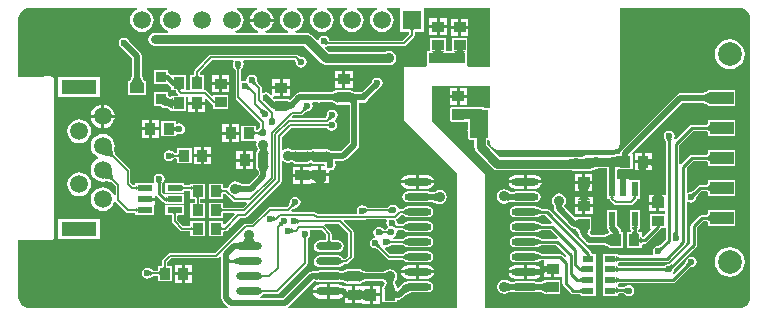
<source format=gbl>
G04*
G04 #@! TF.GenerationSoftware,Altium Limited,Altium Designer,18.1.4 (159)*
G04*
G04 Layer_Physical_Order=2*
G04 Layer_Color=16711680*
%FSLAX25Y25*%
%MOIN*%
G70*
G01*
G75*
%ADD15C,0.03000*%
%ADD17C,0.00600*%
%ADD21C,0.01000*%
%ADD22C,0.01968*%
%ADD29R,0.03661X0.03858*%
%ADD31R,0.07874X0.03937*%
%ADD37R,0.03858X0.03661*%
%ADD38R,0.05000X0.02000*%
%ADD39R,0.03740X0.02165*%
%ADD40R,0.03740X0.01968*%
%ADD42O,0.09055X0.02362*%
%ADD70C,0.02000*%
%ADD73R,0.05906X0.05906*%
%ADD74C,0.05906*%
%ADD75R,0.11811X0.04724*%
%ADD76C,0.07874*%
%ADD77C,0.02362*%
%ADD78C,0.03543*%
%ADD79C,0.03150*%
%ADD80R,0.02000X0.05000*%
%ADD81R,0.03600X0.03600*%
%ADD82R,0.05000X0.03600*%
%ADD83O,0.08661X0.02756*%
%ADD84C,0.01500*%
%ADD85R,0.06400X0.09225*%
%ADD86R,0.10100X0.03795*%
%ADD87R,0.12300X0.03800*%
G36*
X80679Y93907D02*
X80380Y93783D01*
X79555Y93150D01*
X78921Y92324D01*
X78523Y91362D01*
X78387Y90330D01*
X78523Y89298D01*
X78921Y88337D01*
X79555Y87511D01*
X80380Y86878D01*
X81193Y86541D01*
X81094Y86041D01*
X73654D01*
X73555Y86541D01*
X74367Y86878D01*
X75193Y87511D01*
X75827Y88337D01*
X76225Y89298D01*
X76295Y89830D01*
X72374D01*
X68453D01*
X68523Y89298D01*
X68921Y88337D01*
X69555Y87511D01*
X70381Y86878D01*
X71193Y86541D01*
X71094Y86041D01*
X63654D01*
X63555Y86541D01*
X64367Y86878D01*
X65193Y87511D01*
X65827Y88337D01*
X66225Y89298D01*
X66361Y90330D01*
X66225Y91362D01*
X65827Y92324D01*
X65193Y93150D01*
X64367Y93783D01*
X64069Y93907D01*
X64168Y94407D01*
X70579D01*
X70679Y93907D01*
X70381Y93783D01*
X69555Y93150D01*
X68921Y92324D01*
X68523Y91362D01*
X68453Y90830D01*
X72374D01*
X76295D01*
X76225Y91362D01*
X75827Y92324D01*
X75193Y93150D01*
X74367Y93783D01*
X74069Y93907D01*
X74168Y94407D01*
X80580D01*
X80679Y93907D01*
D02*
G37*
G36*
X122674Y86790D02*
X122074D01*
X121774Y87390D01*
X122974D01*
X122674Y86790D01*
D02*
G37*
G36*
X118421Y94283D02*
X118421Y93907D01*
Y86378D01*
X121456D01*
Y85680D01*
X119245Y83469D01*
X95109D01*
X94699Y83821D01*
X94679Y83920D01*
X94286Y84509D01*
X93697Y84902D01*
X93002Y85041D01*
X92307Y84902D01*
X91718Y84509D01*
X91324Y83920D01*
X91282Y83708D01*
X90739Y83544D01*
X88869Y85414D01*
X88174Y85878D01*
X87355Y86041D01*
X83654D01*
X83555Y86541D01*
X84367Y86878D01*
X85193Y87511D01*
X85827Y88337D01*
X86225Y89298D01*
X86361Y90330D01*
X86225Y91362D01*
X85827Y92324D01*
X85193Y93150D01*
X84367Y93783D01*
X84069Y93907D01*
X84168Y94407D01*
X90579D01*
X90679Y93907D01*
X90381Y93783D01*
X89555Y93150D01*
X88921Y92324D01*
X88523Y91362D01*
X88387Y90330D01*
X88523Y89298D01*
X88921Y88337D01*
X89555Y87511D01*
X90381Y86878D01*
X91342Y86479D01*
X92374Y86343D01*
X93406Y86479D01*
X94367Y86878D01*
X95193Y87511D01*
X95827Y88337D01*
X96225Y89298D01*
X96361Y90330D01*
X96225Y91362D01*
X95827Y92324D01*
X95193Y93150D01*
X94367Y93783D01*
X94069Y93907D01*
X94168Y94407D01*
X100580D01*
X100679Y93907D01*
X100381Y93783D01*
X99555Y93150D01*
X98921Y92324D01*
X98523Y91362D01*
X98387Y90330D01*
X98523Y89298D01*
X98921Y88337D01*
X99555Y87511D01*
X100381Y86878D01*
X101342Y86479D01*
X102374Y86343D01*
X103406Y86479D01*
X104367Y86878D01*
X105193Y87511D01*
X105827Y88337D01*
X106225Y89298D01*
X106361Y90330D01*
X106225Y91362D01*
X105827Y92324D01*
X105193Y93150D01*
X104367Y93783D01*
X104069Y93907D01*
X104168Y94407D01*
X110580D01*
X110679Y93907D01*
X110380Y93783D01*
X109555Y93150D01*
X108921Y92324D01*
X108523Y91362D01*
X108387Y90330D01*
X108523Y89298D01*
X108921Y88337D01*
X109555Y87511D01*
X110380Y86878D01*
X111342Y86479D01*
X112374Y86343D01*
X113406Y86479D01*
X114367Y86878D01*
X115193Y87511D01*
X115827Y88337D01*
X116225Y89298D01*
X116361Y90330D01*
X116225Y91362D01*
X115827Y92324D01*
X115193Y93150D01*
X114367Y93783D01*
X114069Y93907D01*
X114168Y94407D01*
X117972D01*
X118421Y94283D01*
D02*
G37*
G36*
X94831Y82851D02*
X94681Y82251D01*
X93311Y82085D01*
X94166Y83423D01*
X94831Y82851D01*
D02*
G37*
G36*
X132100Y78150D02*
X130100D01*
X129183Y80150D01*
X133017D01*
X132100Y78150D01*
D02*
G37*
G36*
X139300Y78056D02*
X137300D01*
X136383Y80056D01*
X140217D01*
X139300Y78056D01*
D02*
G37*
G36*
X148480Y75155D02*
X148127Y74802D01*
X147466Y74803D01*
X140975D01*
X140726Y75303D01*
X140849Y75600D01*
Y79400D01*
X140829Y79449D01*
Y79965D01*
X140867Y80056D01*
X140829Y80146D01*
Y84305D01*
X135771D01*
Y80146D01*
X135733Y80056D01*
X135729Y80049D01*
X134128D01*
X133667Y80150D01*
X133629Y80240D01*
Y84399D01*
X128571D01*
Y80240D01*
X128533Y80150D01*
X128071Y80049D01*
X127900D01*
X127441Y79859D01*
X127251Y79400D01*
Y75600D01*
X127374Y75303D01*
X127125Y74803D01*
X121368D01*
X121154Y74590D01*
X119685D01*
Y56857D01*
X137402Y39140D01*
Y-5827D01*
X81146D01*
X80994Y-5327D01*
X81253Y-5153D01*
X89592Y3185D01*
X90933Y3060D01*
X90977Y3030D01*
X91749Y2877D01*
X97654D01*
X98426Y3030D01*
X98470Y3059D01*
X99164Y3119D01*
X100402Y2576D01*
Y2404D01*
X100924D01*
X101014Y2367D01*
X101104Y2404D01*
X104758D01*
X104848Y2367D01*
X104939Y2404D01*
X105460D01*
Y2565D01*
X107020Y3204D01*
X112378D01*
X112388Y3197D01*
X113110Y3059D01*
X113298Y2577D01*
X112711Y1250D01*
X112539D01*
Y729D01*
X112501Y638D01*
X112539Y548D01*
Y-3808D01*
X117400D01*
Y-2993D01*
X117996Y-2924D01*
X118076Y-2879D01*
X118546Y-2786D01*
X119075Y-2432D01*
X119725Y-1783D01*
X122354Y-466D01*
X127650D01*
X128345Y-328D01*
X128934Y66D01*
X129328Y655D01*
X129466Y1350D01*
X129328Y2045D01*
X128934Y2634D01*
X128345Y3028D01*
X127650Y3166D01*
X120957D01*
X120262Y3028D01*
X120042Y2880D01*
X119926Y2857D01*
X119396Y2503D01*
X117900Y1007D01*
X117400Y1214D01*
Y1250D01*
X117252D01*
X116749Y2586D01*
X116894Y3349D01*
X117269Y3910D01*
X117453Y4835D01*
X117269Y5760D01*
X116745Y6545D01*
X115960Y7069D01*
X115035Y7253D01*
X114110Y7069D01*
X113549Y6694D01*
X112388Y6473D01*
X112378Y6466D01*
X107020D01*
X105460Y7105D01*
Y7266D01*
X104939D01*
X104848Y7303D01*
X104758Y7266D01*
X101104D01*
X101014Y7303D01*
X100924Y7266D01*
X100402D01*
Y7116D01*
X99213Y6664D01*
X98470Y6727D01*
X98426Y6757D01*
X97654Y6910D01*
X91749D01*
X90977Y6757D01*
X90933Y6727D01*
X88933Y6540D01*
X88850Y6496D01*
X88369Y6401D01*
X87840Y6047D01*
X79424Y-2369D01*
X71958D01*
X71806Y-1869D01*
X72309Y-1533D01*
X72505Y-1238D01*
X73027Y-1024D01*
X77399D01*
X77750Y-955D01*
X78048Y-756D01*
X87328Y8525D01*
X87527Y8823D01*
X87597Y9174D01*
Y16956D01*
X88082Y17883D01*
X88085Y17925D01*
X88357Y18332D01*
X88495Y19027D01*
X88357Y19722D01*
X88292Y19820D01*
X88527Y20261D01*
X92260D01*
X93784Y18737D01*
Y17086D01*
X93698Y16910D01*
X91749D01*
X90977Y16757D01*
X90323Y16319D01*
X89886Y15665D01*
X89732Y14893D01*
X89886Y14121D01*
X90323Y13467D01*
X90977Y13030D01*
X91749Y12877D01*
X97654D01*
X98426Y13030D01*
X99080Y13467D01*
X99518Y14121D01*
X99671Y14893D01*
X99518Y15665D01*
X99080Y16319D01*
X98426Y16757D01*
X97654Y16910D01*
X95706D01*
X95619Y17086D01*
Y19117D01*
X95549Y19468D01*
X95351Y19766D01*
X93289Y21827D01*
X93207Y21882D01*
X93359Y22382D01*
X98038D01*
X101082Y19338D01*
Y11773D01*
X100120Y10811D01*
X99798D01*
X99277Y11025D01*
X99080Y11319D01*
X98426Y11756D01*
X97654Y11910D01*
X91749D01*
X90977Y11756D01*
X90323Y11319D01*
X89886Y10665D01*
X89732Y9893D01*
X89886Y9121D01*
X90323Y8467D01*
X90977Y8030D01*
X91749Y7877D01*
X97654D01*
X98426Y8030D01*
X99080Y8467D01*
X99277Y8762D01*
X99798Y8976D01*
X100500D01*
X100851Y9046D01*
X101149Y9244D01*
X102649Y10744D01*
X102848Y11042D01*
X102918Y11393D01*
Y19718D01*
X102848Y20070D01*
X102649Y20367D01*
X99677Y23339D01*
X99868Y23801D01*
X106662D01*
X106975Y23864D01*
X113805D01*
X114015Y23471D01*
X114016Y23363D01*
X113884Y22700D01*
X114022Y22005D01*
X114374Y21478D01*
X114425Y21276D01*
Y21203D01*
X114325Y20876D01*
X113449Y20418D01*
X113371D01*
X112444Y20902D01*
X112401Y20906D01*
X111995Y21178D01*
X111300Y21316D01*
X110605Y21178D01*
X110016Y20784D01*
X109622Y20195D01*
X109484Y19500D01*
X109622Y18805D01*
X109973Y18281D01*
X109917Y17970D01*
X109826Y17742D01*
X109505Y17678D01*
X108916Y17284D01*
X108522Y16695D01*
X108384Y16000D01*
X108522Y15305D01*
X108916Y14716D01*
X109505Y14322D01*
X109985Y14227D01*
X110018Y14199D01*
X111016Y13886D01*
X114201Y10701D01*
X114499Y10502D01*
X114850Y10432D01*
X119013D01*
X119579Y10208D01*
X119673Y10066D01*
X120262Y9672D01*
X120957Y9534D01*
X127650D01*
X128345Y9672D01*
X128934Y10066D01*
X129328Y10655D01*
X129466Y11350D01*
X129328Y12045D01*
X128934Y12634D01*
X128345Y13028D01*
X127650Y13166D01*
X120957D01*
X120262Y13028D01*
X119673Y12634D01*
X119579Y12492D01*
X119013Y12268D01*
X115230D01*
X113442Y14056D01*
X113537Y14342D01*
X113659Y14546D01*
X114295Y14672D01*
X114701Y14944D01*
X114744Y14948D01*
X115671Y15432D01*
X119013D01*
X119579Y15207D01*
X119673Y15066D01*
X120262Y14672D01*
X120957Y14534D01*
X127650D01*
X128345Y14672D01*
X128934Y15066D01*
X129328Y15655D01*
X129466Y16350D01*
X129328Y17045D01*
X128934Y17634D01*
X128345Y18028D01*
X127650Y18166D01*
X120957D01*
X120262Y18028D01*
X119673Y17634D01*
X119579Y17492D01*
X119013Y17268D01*
X115990D01*
X115940Y17768D01*
X116215Y17822D01*
X116804Y18216D01*
X117198Y18805D01*
X117336Y19500D01*
X117250Y19932D01*
X117578Y20408D01*
X117622Y20432D01*
X119013D01*
X119579Y20208D01*
X119673Y20066D01*
X120262Y19672D01*
X120957Y19534D01*
X127650D01*
X128345Y19672D01*
X128934Y20066D01*
X129328Y20655D01*
X129466Y21350D01*
X129328Y22045D01*
X128934Y22634D01*
X128345Y23028D01*
X127650Y23166D01*
X120957D01*
X120262Y23028D01*
X119673Y22634D01*
X119579Y22492D01*
X119013Y22268D01*
X117693D01*
X117501Y22882D01*
X117473Y22915D01*
X117378Y23395D01*
X117115Y23788D01*
X117175Y23933D01*
X117473Y24132D01*
X118773Y25432D01*
X119013D01*
X119579Y25207D01*
X119673Y25066D01*
X120262Y24672D01*
X120957Y24534D01*
X127650D01*
X128345Y24672D01*
X128934Y25066D01*
X129328Y25655D01*
X129466Y26350D01*
X129328Y27045D01*
X128934Y27634D01*
X128345Y28028D01*
X127650Y28166D01*
X120957D01*
X120262Y28028D01*
X119673Y27634D01*
X119579Y27492D01*
X119013Y27268D01*
X118393D01*
X118258Y27241D01*
X117693Y27520D01*
X117678Y27595D01*
X117284Y28184D01*
X116695Y28578D01*
X116000Y28716D01*
X115305Y28578D01*
X114899Y28306D01*
X114856Y28302D01*
X113929Y27818D01*
X107833D01*
X106848Y28283D01*
X106782Y28286D01*
X106495Y28478D01*
X105800Y28616D01*
X105105Y28478D01*
X104516Y28084D01*
X104122Y27495D01*
X103984Y26800D01*
X104116Y26136D01*
X104115Y26029D01*
X103905Y25637D01*
X90994D01*
X90500Y26130D01*
X90203Y26329D01*
X89851Y26399D01*
X82404D01*
X82196Y26899D01*
X82721Y27423D01*
X83719Y27736D01*
X83752Y27764D01*
X84232Y27859D01*
X84821Y28253D01*
X85215Y28842D01*
X85353Y29537D01*
X85215Y30232D01*
X84821Y30821D01*
X84232Y31215D01*
X83537Y31353D01*
X82842Y31215D01*
X82253Y30821D01*
X81859Y30232D01*
X81764Y29752D01*
X81736Y29719D01*
X81423Y28721D01*
X80743Y28041D01*
X75055D01*
X74704Y27971D01*
X74406Y27772D01*
X69068Y22434D01*
X66956D01*
X66604Y22365D01*
X66307Y22166D01*
X56834Y12693D01*
X41658D01*
X41306Y12623D01*
X41009Y12424D01*
X39271Y10686D01*
X39072Y10389D01*
X39002Y10037D01*
Y8428D01*
X38900Y8224D01*
X37695D01*
Y6917D01*
X37491Y6818D01*
X36271D01*
X35344Y7302D01*
X35302Y7306D01*
X34895Y7578D01*
X34200Y7716D01*
X33505Y7578D01*
X32916Y7184D01*
X32522Y6595D01*
X32384Y5900D01*
X32522Y5205D01*
X32916Y4616D01*
X33505Y4222D01*
X34200Y4084D01*
X34895Y4222D01*
X35302Y4494D01*
X35344Y4498D01*
X36271Y4982D01*
X37491D01*
X37695Y4883D01*
Y3165D01*
X42556D01*
Y8224D01*
X40940D01*
X40838Y8428D01*
Y9657D01*
X42038Y10858D01*
X57214D01*
X57565Y10927D01*
X57863Y11126D01*
X58407Y11670D01*
X58869Y11479D01*
Y9893D01*
Y-2500D01*
X58993Y-3124D01*
X59346Y-3653D01*
X60847Y-5153D01*
X61106Y-5327D01*
X60954Y-5827D01*
X-5203D01*
X-5972Y-5674D01*
X-6696Y-5374D01*
X-7348Y-4938D01*
X-7903Y-4384D01*
X-8338Y-3732D01*
X-8638Y-3008D01*
X-8792Y-2239D01*
Y-1846D01*
Y17012D01*
X-423D01*
X-398Y16995D01*
X32Y16910D01*
X1932D01*
X2361Y16995D01*
X2725Y17238D01*
X2739Y17261D01*
X2762Y17275D01*
X3005Y17639D01*
X3090Y18068D01*
Y70400D01*
X3005Y70829D01*
X2762Y71193D01*
X2398Y71436D01*
X1969Y71522D01*
X0D01*
X-429Y71436D01*
X-454Y71420D01*
X-8823D01*
Y90426D01*
Y90818D01*
X-8670Y91587D01*
X-8370Y92312D01*
X-7934Y92964D01*
X-7380Y93518D01*
X-6728Y93954D01*
X-6004Y94254D01*
X-5235Y94407D01*
X30580D01*
X30679Y93907D01*
X30380Y93783D01*
X29555Y93150D01*
X28921Y92324D01*
X28523Y91362D01*
X28387Y90330D01*
X28523Y89298D01*
X28921Y88337D01*
X29555Y87511D01*
X30380Y86878D01*
X31342Y86479D01*
X32374Y86343D01*
X33406Y86479D01*
X34367Y86878D01*
X35193Y87511D01*
X35827Y88337D01*
X36225Y89298D01*
X36361Y90330D01*
X36225Y91362D01*
X35827Y92324D01*
X35193Y93150D01*
X34367Y93783D01*
X34069Y93907D01*
X34168Y94407D01*
X40580D01*
X40679Y93907D01*
X40380Y93783D01*
X39555Y93150D01*
X38921Y92324D01*
X38523Y91362D01*
X38387Y90330D01*
X38523Y89298D01*
X38921Y88337D01*
X39555Y87511D01*
X40380Y86878D01*
X41193Y86541D01*
X41094Y86041D01*
X36700D01*
X35881Y85878D01*
X35186Y85414D01*
X34722Y84719D01*
X34559Y83900D01*
X34722Y83081D01*
X35186Y82386D01*
X35881Y81922D01*
X36700Y81759D01*
X86468D01*
X92141Y76086D01*
X92836Y75622D01*
X93655Y75459D01*
X113636D01*
X113775Y75366D01*
X114700Y75182D01*
X115625Y75366D01*
X116410Y75890D01*
X116934Y76675D01*
X117118Y77600D01*
X116934Y78525D01*
X116410Y79310D01*
X115625Y79834D01*
X114700Y80018D01*
X113775Y79834D01*
X113636Y79741D01*
X94542D01*
X93321Y80962D01*
X93320Y80982D01*
X93330Y81052D01*
X93533Y81457D01*
X94759Y81606D01*
X94807Y81633D01*
X119625D01*
X119976Y81703D01*
X120274Y81902D01*
X123023Y84651D01*
X123222Y84949D01*
X123292Y85300D01*
Y86378D01*
X126327D01*
Y93907D01*
X126327Y94283D01*
X126776Y94407D01*
X148480D01*
Y75155D01*
D02*
G37*
G36*
X221675Y62334D02*
X219675Y63290D01*
Y65290D01*
X221675Y66247D01*
Y62334D01*
D02*
G37*
G36*
X232382Y94254D02*
X233106Y93954D01*
X233758Y93518D01*
X234312Y92964D01*
X234748Y92312D01*
X235048Y91587D01*
X235201Y90818D01*
Y89037D01*
X235184Y89012D01*
X235099Y88583D01*
Y0D01*
X235184Y-429D01*
X235201Y-454D01*
Y-2239D01*
X235048Y-3008D01*
X234748Y-3732D01*
X234312Y-4384D01*
X233758Y-4938D01*
X233106Y-5374D01*
X232382Y-5674D01*
X231612Y-5827D01*
X146850D01*
Y38879D01*
X129134Y56595D01*
Y68200D01*
X148480D01*
Y61317D01*
X148000Y60975D01*
X146477D01*
X146359Y61259D01*
X145900Y61449D01*
X135800D01*
X135341Y61259D01*
X135151Y60800D01*
Y57006D01*
X135341Y56546D01*
X135354Y56541D01*
Y56357D01*
X135797D01*
X135800Y56356D01*
X140951D01*
Y54049D01*
X140873Y53658D01*
X140951Y53267D01*
Y51100D01*
X141141Y50641D01*
X141600Y50451D01*
X143159D01*
Y47990D01*
X143322Y47171D01*
X143786Y46476D01*
X149376Y40886D01*
X150071Y40422D01*
X150890Y40259D01*
X174604D01*
X174612Y40255D01*
X177071Y39983D01*
Y39957D01*
X177307D01*
X177612Y39924D01*
X177648Y39934D01*
X177683Y39920D01*
X177773Y39957D01*
X181427D01*
X181517Y39920D01*
X181607Y39957D01*
X181693Y39957D01*
X181728Y39955D01*
X182129Y39957D01*
Y40093D01*
X184650Y40959D01*
X187519D01*
Y33900D01*
X187550Y33742D01*
Y30800D01*
X188133D01*
X188267Y30526D01*
X188287Y30508D01*
X188302Y30433D01*
X188501Y30135D01*
X189657Y28979D01*
X189955Y28780D01*
X190306Y28710D01*
X195339D01*
X195690Y28780D01*
X195988Y28979D01*
X197299Y30290D01*
X197498Y30587D01*
X197514Y30667D01*
X197562Y30720D01*
X197590Y30800D01*
X198250D01*
Y37000D01*
X195050D01*
X194850Y37400D01*
X193350D01*
Y33900D01*
X192350D01*
Y37400D01*
X190850D01*
X190781Y37872D01*
Y40190D01*
X191069Y40571D01*
X191367D01*
X191592Y40540D01*
X191638Y40551D01*
X191681Y40533D01*
X191772Y40571D01*
X195931D01*
Y45629D01*
X195931D01*
X195796Y45955D01*
X212499Y62659D01*
X219490D01*
X221063Y61906D01*
Y61722D01*
X221585D01*
X221675Y61684D01*
X221765Y61722D01*
X221884D01*
X221891Y61721D01*
X221892Y61722D01*
X230137D01*
Y66859D01*
X221892D01*
X221891Y66859D01*
X221884Y66859D01*
X221765D01*
X221675Y66896D01*
X221585Y66859D01*
X221063D01*
Y66674D01*
X219490Y65921D01*
X211824D01*
X211199Y65797D01*
X210670Y65444D01*
X192347Y47120D01*
X191993Y46591D01*
X191898Y46113D01*
X191854Y46030D01*
X191592Y45660D01*
X191367Y45629D01*
X191069D01*
Y45588D01*
X188592Y45243D01*
X188588Y45241D01*
X184537D01*
X184517Y45249D01*
X184497Y45241D01*
X184443D01*
X184433Y45244D01*
X184411Y45241D01*
X180312D01*
X179493Y45078D01*
X179104Y44819D01*
X177773D01*
X177683Y44856D01*
X177650Y44843D01*
X177617Y44853D01*
X177284Y44819D01*
X177071D01*
Y44797D01*
X174617Y44546D01*
X174608Y44541D01*
X151777D01*
X147441Y48877D01*
Y50451D01*
X148000D01*
X148480Y50108D01*
Y49582D01*
X148558Y49192D01*
X148878Y48420D01*
X149099Y48090D01*
X149689Y47499D01*
X150020Y47278D01*
X150792Y46958D01*
X151182Y46880D01*
X189477D01*
X189868Y46958D01*
X190492Y47217D01*
X190823Y47438D01*
X191301Y47916D01*
X191522Y48247D01*
X191781Y48872D01*
X191859Y49262D01*
Y49600D01*
Y94407D01*
X231612D01*
X232382Y94254D01*
D02*
G37*
G36*
X194694Y44008D02*
X192306D01*
X192500Y45967D01*
X194500D01*
X194694Y44008D01*
D02*
G37*
G36*
X191681Y41183D02*
X188681Y41600D01*
Y44600D01*
X191681Y45017D01*
Y41183D01*
D02*
G37*
G36*
X184517Y41600D02*
X181517Y40569D01*
Y44207D01*
X184517Y44600D01*
Y41600D01*
D02*
G37*
G36*
X177683Y40569D02*
X174683Y40900D01*
Y43900D01*
X177683Y44207D01*
Y40569D01*
D02*
G37*
G36*
X196950Y30939D02*
X196350D01*
X196177Y31424D01*
X197123D01*
X196950Y30939D01*
D02*
G37*
G36*
X189537Y31424D02*
X189750D01*
X189450Y30812D01*
X188850D01*
X188550Y31424D01*
X188763D01*
X188443Y33193D01*
X189857D01*
X189537Y31424D01*
D02*
G37*
G36*
X83525Y28356D02*
X82440Y28016D01*
X82016Y28440D01*
X82356Y29525D01*
X83525Y28356D01*
D02*
G37*
G36*
X115156Y26073D02*
X114149Y26600D01*
Y27200D01*
X115156Y27727D01*
Y26073D01*
D02*
G37*
G36*
X107620Y27200D02*
X107673Y26600D01*
X106710Y26048D01*
X106570Y27695D01*
X107620Y27200D01*
D02*
G37*
G36*
X119954Y25757D02*
X119218Y26050D01*
Y26650D01*
X119954Y26943D01*
Y25757D01*
D02*
G37*
G36*
X77069Y24340D02*
Y23740D01*
X76062Y23213D01*
Y24866D01*
X77069Y24340D01*
D02*
G37*
G36*
X84986Y23600D02*
X85007Y23000D01*
X84018Y22462D01*
X83961Y24115D01*
X84986Y23600D01*
D02*
G37*
G36*
X79711Y22134D02*
X78626Y21794D01*
X78202Y22218D01*
X78542Y23303D01*
X79711Y22134D01*
D02*
G37*
G36*
X117221Y21603D02*
X116797Y21179D01*
X115712Y21519D01*
X116881Y22688D01*
X117221Y21603D01*
D02*
G37*
G36*
X119954Y20757D02*
X119218Y21050D01*
Y21650D01*
X119954Y21943D01*
Y20757D01*
D02*
G37*
G36*
X82945Y20407D02*
Y19807D01*
X81937Y19280D01*
Y20934D01*
X82945Y20407D01*
D02*
G37*
G36*
X114677Y18673D02*
X113669Y19200D01*
Y19800D01*
X114677Y20327D01*
Y18673D01*
D02*
G37*
G36*
X113151Y19800D02*
Y19200D01*
X112144Y18673D01*
Y20327D01*
X113151Y19800D01*
D02*
G37*
G36*
X86979Y17176D02*
X86379D01*
X85852Y18183D01*
X87506D01*
X86979Y17176D01*
D02*
G37*
G36*
X95302Y16259D02*
X94102D01*
X94402Y16871D01*
X95002D01*
X95302Y16259D01*
D02*
G37*
G36*
X70217D02*
X69238D01*
X69217Y16153D01*
X67217D01*
X67197Y16259D01*
X66217D01*
X67217Y18271D01*
X69217D01*
X70217Y16259D01*
D02*
G37*
G36*
X119954Y15757D02*
X119218Y16050D01*
Y16650D01*
X119954Y16943D01*
Y15757D01*
D02*
G37*
G36*
X115451Y16650D02*
Y16050D01*
X114444Y15523D01*
Y17177D01*
X115451Y16650D01*
D02*
G37*
G36*
X111721Y14903D02*
X111297Y14479D01*
X110212Y14819D01*
X111381Y15988D01*
X111721Y14903D01*
D02*
G37*
G36*
X119954Y10757D02*
X119218Y11050D01*
Y11650D01*
X119954Y11943D01*
Y10757D01*
D02*
G37*
G36*
X64044Y8903D02*
X62843Y9343D01*
X61207Y9186D01*
Y10601D01*
X62843Y10444D01*
X64044Y10884D01*
Y8903D01*
D02*
G37*
G36*
X99593Y10193D02*
Y9593D01*
X98873Y9298D01*
Y10489D01*
X99593Y10193D01*
D02*
G37*
G36*
X40520Y7612D02*
X39320D01*
X39620Y8212D01*
X40220D01*
X40520Y7612D01*
D02*
G37*
G36*
X101014Y3016D02*
X99273Y3780D01*
X98343Y3700D01*
Y6086D01*
X99305Y6004D01*
X101014Y6654D01*
Y3016D01*
D02*
G37*
G36*
X38319Y5300D02*
X37707Y5600D01*
Y6200D01*
X38319Y6500D01*
Y5300D01*
D02*
G37*
G36*
X36051Y6200D02*
Y5600D01*
X35043Y5073D01*
Y6727D01*
X36051Y6200D01*
D02*
G37*
G36*
X72821Y5193D02*
Y4593D01*
X72102Y4298D01*
Y5489D01*
X72821Y5193D01*
D02*
G37*
G36*
X91060Y3700D02*
X88993Y3893D01*
Y5893D01*
X91060Y6086D01*
Y3700D01*
D02*
G37*
G36*
X113770Y3595D02*
X112510Y3835D01*
Y5835D01*
X113770Y6075D01*
Y3595D01*
D02*
G37*
G36*
X106848Y5835D02*
Y3835D01*
X104848Y3016D01*
Y6654D01*
X106848Y5835D01*
D02*
G37*
G36*
X116077Y2528D02*
X116788Y638D01*
X113151D01*
X113991Y2539D01*
X113795Y3570D01*
X116275D01*
X116077Y2528D01*
D02*
G37*
G36*
X72821Y193D02*
Y-407D01*
X72102Y-702D01*
Y489D01*
X72821Y193D01*
D02*
G37*
G36*
X122199Y183D02*
X119391Y-1223D01*
X117825Y40D01*
X119936Y1940D01*
X122199Y183D01*
D02*
G37*
G36*
X117921Y-279D02*
Y-2279D01*
X116776Y-2412D01*
Y-146D01*
X117921Y-279D01*
D02*
G37*
%LPC*%
G36*
X134029Y90862D02*
X131600D01*
Y88532D01*
X134029D01*
Y90862D01*
D02*
G37*
G36*
X130600D02*
X128171D01*
Y88532D01*
X130600D01*
Y90862D01*
D02*
G37*
G36*
X141229Y90768D02*
X138800D01*
Y88437D01*
X141229D01*
Y90768D01*
D02*
G37*
G36*
X137800D02*
X135371D01*
Y88437D01*
X137800D01*
Y90768D01*
D02*
G37*
G36*
X134029Y87532D02*
X131600D01*
Y85201D01*
X134029D01*
Y87532D01*
D02*
G37*
G36*
X130600D02*
X128171D01*
Y85201D01*
X130600D01*
Y87532D01*
D02*
G37*
G36*
X141229Y87437D02*
X138800D01*
Y85107D01*
X141229D01*
Y87437D01*
D02*
G37*
G36*
X137800D02*
X135371D01*
Y85107D01*
X137800D01*
Y87437D01*
D02*
G37*
G36*
X83905Y78818D02*
X55500D01*
X55149Y78748D01*
X54851Y78549D01*
X50083Y73780D01*
X49884Y73483D01*
X49814Y73132D01*
Y72133D01*
X49714Y71929D01*
X48301D01*
Y66918D01*
X47099D01*
Y71929D01*
X42238D01*
X42238Y71929D01*
Y71929D01*
X41894Y72252D01*
X41773Y72373D01*
X41327Y72672D01*
X41100Y72717D01*
Y73800D01*
X36300D01*
Y69000D01*
X41100D01*
X41100Y69000D01*
Y69000D01*
X41494Y68759D01*
X41827Y68427D01*
X42238Y68152D01*
Y66871D01*
X43648D01*
X43751Y66666D01*
Y66632D01*
X43821Y66280D01*
X44020Y65983D01*
X44473Y65529D01*
X44266Y65029D01*
X42940D01*
X42850Y65067D01*
X42759Y65029D01*
X42238D01*
Y64851D01*
X41713Y64610D01*
X41100Y64915D01*
Y66300D01*
X36300D01*
Y61500D01*
X38793D01*
X38947Y61347D01*
X39476Y60993D01*
X40100Y60869D01*
X40668D01*
X42238Y60149D01*
Y59971D01*
X42759D01*
X42850Y59933D01*
X42940Y59971D01*
X47099D01*
X47099Y64684D01*
X47599Y64932D01*
X47901Y64733D01*
Y63000D01*
X50731D01*
X53562D01*
Y63840D01*
X54024Y64032D01*
X55705Y62351D01*
X56002Y62152D01*
X56071Y62139D01*
Y60569D01*
X61129D01*
Y65431D01*
X56071D01*
Y65234D01*
X55609Y65042D01*
X54002Y66649D01*
X53705Y66848D01*
X53354Y66918D01*
X53162D01*
Y71929D01*
X51749D01*
X51649Y72133D01*
Y72751D01*
X55880Y76982D01*
X62747D01*
X63014Y76482D01*
X62822Y76195D01*
X62684Y75500D01*
X62822Y74805D01*
X63094Y74398D01*
X63098Y74356D01*
X63582Y73429D01*
Y64700D01*
X63652Y64349D01*
X63851Y64051D01*
X71839Y56063D01*
Y54671D01*
X71443Y53914D01*
X70905Y53632D01*
X70405Y53902D01*
Y55129D01*
X65543D01*
Y50071D01*
X69948D01*
X70313Y50071D01*
X70555Y49816D01*
X70662Y49677D01*
X70646Y49600D01*
X70482Y48774D01*
X70666Y47848D01*
X71041Y47287D01*
X71048Y47251D01*
X70522Y46144D01*
X70338D01*
Y45622D01*
X70301Y45532D01*
X70338Y45441D01*
Y41788D01*
X70301Y41698D01*
X70338Y41607D01*
Y41086D01*
X70522D01*
X71269Y39513D01*
Y38861D01*
X68139Y35731D01*
X66157D01*
X66147Y35738D01*
X64986Y35959D01*
X64425Y36334D01*
X63500Y36518D01*
X62575Y36334D01*
X61790Y35810D01*
X61266Y35025D01*
X61169Y34537D01*
X60851Y34148D01*
X60500Y34218D01*
X59666D01*
X59462Y34317D01*
Y35829D01*
X54601D01*
Y30771D01*
X59462D01*
Y32283D01*
X59666Y32382D01*
X60120D01*
X62651Y29851D01*
X62949Y29652D01*
X63300Y29582D01*
X67184D01*
X67376Y29120D01*
X66072Y27817D01*
X59666D01*
X59462Y27917D01*
Y29428D01*
X54601D01*
Y24370D01*
X59462D01*
Y25882D01*
X59666Y25982D01*
X63182D01*
X63373Y25520D01*
X59962Y22109D01*
X59462Y22316D01*
Y23326D01*
X54601D01*
Y18268D01*
X59462D01*
Y19780D01*
X59666Y19879D01*
X59948D01*
X60299Y19949D01*
X60597Y20148D01*
X64931Y24482D01*
X66803D01*
X67154Y24552D01*
X67452Y24751D01*
X78669Y35968D01*
X78868Y36266D01*
X78938Y36617D01*
Y43236D01*
X79438Y43358D01*
X80175Y42866D01*
X81100Y42682D01*
X82025Y42866D01*
X82276Y43033D01*
X82976Y42685D01*
Y42268D01*
X88034D01*
Y42587D01*
X88616Y42878D01*
X89192Y42592D01*
Y42333D01*
X93211D01*
X93404Y42097D01*
X93440Y41918D01*
X93123Y41531D01*
X92221D01*
Y39201D01*
X94650D01*
Y40001D01*
X95037Y40318D01*
X95220Y40281D01*
X95915Y40420D01*
X96504Y40813D01*
X96898Y41402D01*
X97036Y42097D01*
X96898Y42792D01*
X96852Y42862D01*
Y43376D01*
X99509D01*
X100133Y43500D01*
X100662Y43853D01*
X104384Y47575D01*
X104738Y48105D01*
X104862Y48729D01*
X104862Y48729D01*
Y62811D01*
X105362Y62918D01*
X105505Y62822D01*
X106200Y62684D01*
X106895Y62822D01*
X107484Y63216D01*
X107878Y63805D01*
X107894Y63887D01*
X111753Y67747D01*
X111812Y67834D01*
X112084Y68016D01*
X112478Y68605D01*
X112616Y69300D01*
X112478Y69995D01*
X112084Y70584D01*
X111495Y70978D01*
X110800Y71116D01*
X110105Y70978D01*
X109516Y70584D01*
X109122Y69995D01*
X109072Y69743D01*
X108993Y69624D01*
X108987Y69594D01*
X105593Y66200D01*
X103610D01*
X102229Y66816D01*
Y66999D01*
X101684D01*
X101605Y67032D01*
X101526Y66999D01*
X97873D01*
X97783Y67037D01*
X97693Y66999D01*
X97171D01*
Y66838D01*
X95611Y66200D01*
X92164D01*
X92095Y66246D01*
X91400Y66385D01*
X90705Y66246D01*
X90636Y66200D01*
X84900D01*
X84276Y66076D01*
X83746Y65722D01*
X81786Y63762D01*
X81286Y63949D01*
Y64099D01*
X76421D01*
X76128Y64462D01*
X76316Y64901D01*
X78257D01*
Y67232D01*
X75828D01*
Y65349D01*
X75699Y65270D01*
X75592Y65235D01*
X75328Y65230D01*
X74979Y65752D01*
X74389Y66146D01*
X73694Y66284D01*
X72999Y66146D01*
X72859Y66052D01*
X72418Y66288D01*
Y67800D01*
X72348Y68151D01*
X72149Y68449D01*
X71153Y69444D01*
X70852Y70436D01*
X70830Y70463D01*
X70728Y70976D01*
X70335Y71565D01*
X69745Y71959D01*
X69050Y72097D01*
X68355Y71959D01*
X67766Y71565D01*
X67373Y70976D01*
X67234Y70281D01*
X67050Y70097D01*
X66778Y70012D01*
X66105Y69878D01*
X65918Y69753D01*
X65418Y70020D01*
Y73429D01*
X65902Y74356D01*
X65906Y74398D01*
X66178Y74805D01*
X66316Y75500D01*
X66178Y76195D01*
X65986Y76482D01*
X66253Y76982D01*
X83434D01*
X83705Y76118D01*
X83732Y76085D01*
X83828Y75605D01*
X84221Y75016D01*
X84811Y74622D01*
X85505Y74484D01*
X86200Y74622D01*
X86790Y75016D01*
X87183Y75605D01*
X87321Y76300D01*
X87183Y76995D01*
X86790Y77584D01*
X86200Y77978D01*
X85721Y78073D01*
X85688Y78101D01*
X84690Y78414D01*
X84554Y78549D01*
X84257Y78748D01*
X83905Y78818D01*
D02*
G37*
G36*
X102629Y73462D02*
X100200D01*
Y71131D01*
X102629D01*
Y73462D01*
D02*
G37*
G36*
X99200D02*
X96771D01*
Y71131D01*
X99200D01*
Y73462D01*
D02*
G37*
G36*
X61529Y71894D02*
X59100D01*
Y69563D01*
X61529D01*
Y71894D01*
D02*
G37*
G36*
X58100D02*
X55671D01*
Y69563D01*
X58100D01*
Y71894D01*
D02*
G37*
G36*
X81686Y70562D02*
X79257D01*
Y68231D01*
X81686D01*
Y70562D01*
D02*
G37*
G36*
X78257D02*
X75828D01*
Y68231D01*
X78257D01*
Y70562D01*
D02*
G37*
G36*
X102629Y70131D02*
X100200D01*
Y67801D01*
X102629D01*
Y70131D01*
D02*
G37*
G36*
X99200D02*
X96771D01*
Y67801D01*
X99200D01*
Y70131D01*
D02*
G37*
G36*
X61529Y68563D02*
X59100D01*
Y66232D01*
X61529D01*
Y68563D01*
D02*
G37*
G36*
X58100D02*
X55671D01*
Y66232D01*
X58100D01*
Y68563D01*
D02*
G37*
G36*
X26500Y84416D02*
X25805Y84278D01*
X25216Y83884D01*
X24822Y83295D01*
X24684Y82600D01*
X24822Y81905D01*
X25216Y81316D01*
X25805Y80922D01*
X25887Y80906D01*
X29069Y77724D01*
Y71577D01*
X28285Y70000D01*
X27600D01*
Y65200D01*
X33800D01*
Y70000D01*
X33115D01*
X32331Y71577D01*
Y78400D01*
X32207Y79024D01*
X31854Y79554D01*
X28194Y83213D01*
X28178Y83295D01*
X27784Y83884D01*
X27195Y84278D01*
X26500Y84416D01*
D02*
G37*
G36*
X81686Y67232D02*
X79257D01*
Y64901D01*
X81686D01*
Y67232D01*
D02*
G37*
G36*
X18352Y71403D02*
X4541D01*
Y64679D01*
X18352D01*
Y71403D01*
D02*
G37*
G36*
X53562Y62000D02*
X51231D01*
Y59571D01*
X53562D01*
Y62000D01*
D02*
G37*
G36*
X50231D02*
X47901D01*
Y59571D01*
X50231D01*
Y62000D01*
D02*
G37*
G36*
X19820Y62120D02*
Y58698D01*
X23242D01*
X23171Y59230D01*
X22773Y60192D01*
X22140Y61018D01*
X21314Y61651D01*
X20352Y62049D01*
X19820Y62120D01*
D02*
G37*
G36*
X18821Y62120D02*
X18289Y62049D01*
X17327Y61651D01*
X16501Y61018D01*
X15868Y60192D01*
X15470Y59230D01*
X15399Y58698D01*
X18821D01*
Y62120D01*
D02*
G37*
G36*
X38053Y57012D02*
X35723D01*
Y54583D01*
X38053D01*
Y57012D01*
D02*
G37*
G36*
X34723D02*
X32392D01*
Y54583D01*
X34723D01*
Y57012D01*
D02*
G37*
G36*
X23242Y57699D02*
X19820D01*
Y54277D01*
X20352Y54347D01*
X21314Y54746D01*
X22140Y55379D01*
X22773Y56205D01*
X23171Y57166D01*
X23242Y57699D01*
D02*
G37*
G36*
X18821D02*
X15399D01*
X15470Y57166D01*
X15868Y56205D01*
X16501Y55379D01*
X17327Y54746D01*
X18289Y54347D01*
X18821Y54277D01*
Y57699D01*
D02*
G37*
G36*
X64742Y55529D02*
X62411D01*
Y53100D01*
X64742D01*
Y55529D01*
D02*
G37*
G36*
X61411D02*
X59080D01*
Y53100D01*
X61411D01*
Y55529D01*
D02*
G37*
G36*
X43716Y56612D02*
X38855D01*
Y51554D01*
X43716D01*
Y52131D01*
X44205Y52405D01*
X44216Y52403D01*
X44900Y52267D01*
X45595Y52405D01*
X46184Y52799D01*
X46578Y53388D01*
X46716Y54083D01*
X46578Y54778D01*
X46184Y55367D01*
X45595Y55761D01*
X44900Y55899D01*
X44216Y55763D01*
X44205Y55761D01*
X43716Y56036D01*
Y56612D01*
D02*
G37*
G36*
X38053Y53583D02*
X35723D01*
Y51154D01*
X38053D01*
Y53583D01*
D02*
G37*
G36*
X34723D02*
X32392D01*
Y51154D01*
X34723D01*
Y53583D01*
D02*
G37*
G36*
X64742Y52100D02*
X62411D01*
Y49671D01*
X64742D01*
Y52100D01*
D02*
G37*
G36*
X61411D02*
X59080D01*
Y49671D01*
X61411D01*
Y52100D01*
D02*
G37*
G36*
X11446Y57264D02*
X10415Y57128D01*
X9453Y56730D01*
X8627Y56096D01*
X7994Y55271D01*
X7595Y54309D01*
X7460Y53277D01*
X7595Y52245D01*
X7994Y51284D01*
X8627Y50458D01*
X9453Y49825D01*
X10415Y49426D01*
X11446Y49290D01*
X12478Y49426D01*
X13440Y49825D01*
X14266Y50458D01*
X14899Y51284D01*
X15297Y52245D01*
X15433Y53277D01*
X15297Y54309D01*
X14899Y55271D01*
X14266Y56096D01*
X13440Y56730D01*
X12478Y57128D01*
X11446Y57264D01*
D02*
G37*
G36*
X48931Y47657D02*
X44069D01*
Y46145D01*
X43866Y46046D01*
X43499D01*
X42573Y46530D01*
X42530Y46534D01*
X42123Y46806D01*
X41428Y46944D01*
X40733Y46806D01*
X40144Y46412D01*
X39750Y45823D01*
X39612Y45128D01*
X39750Y44433D01*
X40144Y43844D01*
X40733Y43450D01*
X41428Y43312D01*
X42123Y43450D01*
X42530Y43722D01*
X42573Y43726D01*
X43499Y44210D01*
X43866D01*
X44069Y44111D01*
Y42599D01*
X48931D01*
Y47657D01*
D02*
G37*
G36*
X55394Y48057D02*
X53063D01*
Y45628D01*
X55394D01*
Y48057D01*
D02*
G37*
G36*
X52063D02*
X49732D01*
Y45628D01*
X52063D01*
Y48057D01*
D02*
G37*
G36*
X69537Y46544D02*
X67206D01*
Y44115D01*
X69537D01*
Y46544D01*
D02*
G37*
G36*
X66206D02*
X63875D01*
Y44115D01*
X66206D01*
Y46544D01*
D02*
G37*
G36*
X55394Y44628D02*
X53063D01*
Y42199D01*
X55394D01*
Y44628D01*
D02*
G37*
G36*
X52063D02*
X49732D01*
Y42199D01*
X52063D01*
Y44628D01*
D02*
G37*
G36*
X69537Y43115D02*
X67206D01*
Y40686D01*
X69537D01*
Y43115D01*
D02*
G37*
G36*
X66206D02*
X63875D01*
Y40686D01*
X66206D01*
Y43115D01*
D02*
G37*
G36*
X85005Y41466D02*
X82576D01*
Y39135D01*
X85005D01*
Y41466D01*
D02*
G37*
G36*
X88792Y41531D02*
X88319Y41466D01*
X86005D01*
Y38635D01*
Y35805D01*
X88319D01*
X88434Y35805D01*
X88907Y35870D01*
X90283D01*
X89804Y36882D01*
X88642Y37374D01*
X87423Y36817D01*
Y40454D01*
X88581Y40001D01*
X89804Y40519D01*
Y36882D01*
X91221D01*
Y38701D01*
Y41531D01*
X88907D01*
X88792Y41531D01*
D02*
G37*
G36*
X127650Y38574D02*
X124804D01*
Y36850D01*
X129775D01*
X129705Y37201D01*
X129223Y37922D01*
X128501Y38405D01*
X127650Y38574D01*
D02*
G37*
G36*
X123804D02*
X120957D01*
X120106Y38405D01*
X119385Y37922D01*
X118903Y37201D01*
X118833Y36850D01*
X123804D01*
Y38574D01*
D02*
G37*
G36*
X94650Y38201D02*
X92221D01*
Y36882D01*
X93638D01*
X93158Y35870D01*
X94650D01*
Y38201D01*
D02*
G37*
G36*
X85005Y38135D02*
X82576D01*
Y35805D01*
X85005D01*
Y38135D01*
D02*
G37*
G36*
X129775Y35850D02*
X124804D01*
Y34126D01*
X127650D01*
X128501Y34295D01*
X129223Y34778D01*
X129705Y35499D01*
X129775Y35850D01*
D02*
G37*
G36*
X123804D02*
X118833D01*
X118903Y35499D01*
X119385Y34778D01*
X120106Y34295D01*
X120957Y34126D01*
X123804D01*
Y35850D01*
D02*
G37*
G36*
X131600Y33718D02*
X130675Y33534D01*
X130113Y33159D01*
X129215Y32988D01*
X128361Y33017D01*
X128345Y33028D01*
X127650Y33166D01*
X120957D01*
X120262Y33028D01*
X119673Y32634D01*
X119280Y32045D01*
X119141Y31350D01*
X119280Y30655D01*
X119673Y30066D01*
X120262Y29672D01*
X120957Y29534D01*
X127650D01*
X127857Y29575D01*
X127871Y29567D01*
X127927Y29582D01*
X127982Y29562D01*
X129217Y29612D01*
X130113Y29441D01*
X130675Y29066D01*
X131600Y28882D01*
X132525Y29066D01*
X133310Y29590D01*
X133834Y30375D01*
X134018Y31300D01*
X133834Y32225D01*
X133310Y33010D01*
X132525Y33534D01*
X131600Y33718D01*
D02*
G37*
G36*
X19320Y52343D02*
X18289Y52207D01*
X17327Y51809D01*
X16501Y51175D01*
X15868Y50349D01*
X15470Y49388D01*
X15334Y48356D01*
X15470Y47324D01*
X15868Y46363D01*
X16501Y45537D01*
X17327Y44903D01*
X17843Y44690D01*
Y44148D01*
X17327Y43935D01*
X16501Y43301D01*
X15868Y42475D01*
X15470Y41514D01*
X15334Y40482D01*
X15470Y39450D01*
X15868Y38489D01*
X16501Y37663D01*
X17327Y37029D01*
X18289Y36631D01*
X19320Y36495D01*
X20352Y36631D01*
X20428Y36662D01*
X22176Y36329D01*
X23599Y34905D01*
Y31945D01*
X23099Y31846D01*
X22773Y32633D01*
X22140Y33459D01*
X21314Y34092D01*
X20352Y34490D01*
X19320Y34626D01*
X18289Y34490D01*
X17327Y34092D01*
X16501Y33459D01*
X15868Y32633D01*
X15470Y31671D01*
X15334Y30639D01*
X15470Y29607D01*
X15868Y28646D01*
X16501Y27820D01*
X17327Y27187D01*
X18289Y26788D01*
X19320Y26653D01*
X20352Y26788D01*
X21314Y27187D01*
X22140Y27820D01*
X22773Y28646D01*
X23171Y29607D01*
X23195Y29784D01*
X23479Y29857D01*
X23708Y29849D01*
X23868Y29608D01*
X27226Y26250D01*
X27524Y26051D01*
X27875Y25982D01*
X29981D01*
X30186Y25879D01*
Y25299D01*
X36386D01*
Y28499D01*
X36786Y28639D01*
Y30139D01*
X35966D01*
X35762Y30039D01*
Y30139D01*
X33286D01*
Y31139D01*
X35762D01*
Y31239D01*
X35966Y31139D01*
X36786D01*
Y31577D01*
X37286Y31729D01*
X37307Y31697D01*
X39158Y29846D01*
X39158Y29846D01*
X39522Y29603D01*
X39669Y29574D01*
X39705Y29538D01*
X40186Y29341D01*
Y29039D01*
X46386D01*
Y32239D01*
X40186D01*
X40186Y32239D01*
Y32239D01*
X39755Y32421D01*
X39222Y32955D01*
Y35331D01*
X39540Y36242D01*
X39540Y36248D01*
X39778Y36605D01*
X39916Y37300D01*
X39778Y37995D01*
X39384Y38584D01*
X38795Y38978D01*
X38100Y39116D01*
X37405Y38978D01*
X36816Y38584D01*
X36422Y37995D01*
X36284Y37300D01*
X36422Y36605D01*
X36552Y36411D01*
X36252Y35997D01*
X36222Y35980D01*
X30186D01*
Y35400D01*
X29981Y35297D01*
X29400D01*
X28533Y36164D01*
Y40061D01*
X28463Y40413D01*
X28264Y40710D01*
X23474Y45500D01*
X23140Y47248D01*
X23171Y47324D01*
X23307Y48356D01*
X23171Y49388D01*
X22773Y50349D01*
X22140Y51175D01*
X21314Y51809D01*
X20352Y52207D01*
X19320Y52343D01*
D02*
G37*
G36*
X11446Y39548D02*
X10415Y39412D01*
X9453Y39013D01*
X8627Y38380D01*
X7994Y37554D01*
X7595Y36593D01*
X7460Y35561D01*
X7595Y34529D01*
X7994Y33567D01*
X8627Y32741D01*
X9453Y32108D01*
X10415Y31710D01*
X11446Y31574D01*
X12478Y31710D01*
X13440Y32108D01*
X14266Y32741D01*
X14899Y33567D01*
X15297Y34529D01*
X15433Y35561D01*
X15297Y36593D01*
X14899Y37554D01*
X14266Y38380D01*
X13440Y39013D01*
X12478Y39412D01*
X11446Y39548D01*
D02*
G37*
G36*
X46386Y35980D02*
X40186D01*
Y32779D01*
X46386D01*
Y33362D01*
X46589Y33462D01*
X48334D01*
X48538Y33362D01*
Y30771D01*
X49951D01*
X50051Y30567D01*
Y29632D01*
X49951Y29428D01*
X48538D01*
Y24370D01*
X53399D01*
Y29428D01*
X51986D01*
X51886Y29632D01*
Y30567D01*
X51986Y30771D01*
X53399D01*
Y35829D01*
X48538D01*
Y35397D01*
X48334Y35297D01*
X46589D01*
X46386Y35397D01*
Y35980D01*
D02*
G37*
G36*
Y28499D02*
X40186D01*
Y25299D01*
X42268D01*
X42368Y25096D01*
Y23314D01*
X42438Y22963D01*
X42637Y22665D01*
X45154Y20148D01*
X45452Y19949D01*
X45803Y19879D01*
X48334D01*
X48538Y19780D01*
Y18268D01*
X53399D01*
Y23326D01*
X48538D01*
Y21814D01*
X48334Y21714D01*
X46183D01*
X44203Y23694D01*
Y25096D01*
X44303Y25299D01*
X46386D01*
Y28499D01*
D02*
G37*
G36*
X18352Y24159D02*
X4541D01*
Y17435D01*
X18352D01*
Y24159D01*
D02*
G37*
G36*
X127650Y8574D02*
X124804D01*
Y6850D01*
X129775D01*
X129705Y7201D01*
X129223Y7923D01*
X128501Y8405D01*
X127650Y8574D01*
D02*
G37*
G36*
X123804D02*
X120957D01*
X120106Y8405D01*
X119385Y7923D01*
X118903Y7201D01*
X118833Y6850D01*
X123804D01*
Y8574D01*
D02*
G37*
G36*
X49019Y8624D02*
X46689D01*
Y6194D01*
X49019D01*
Y8624D01*
D02*
G37*
G36*
X45689D02*
X43358D01*
Y6194D01*
X45689D01*
Y8624D01*
D02*
G37*
G36*
X129775Y5850D02*
X124804D01*
Y4126D01*
X127650D01*
X128501Y4295D01*
X129223Y4778D01*
X129705Y5499D01*
X129775Y5850D01*
D02*
G37*
G36*
X123804D02*
X118833D01*
X118903Y5499D01*
X119385Y4778D01*
X120106Y4295D01*
X120957Y4126D01*
X123804D01*
Y5850D01*
D02*
G37*
G36*
X49019Y5195D02*
X46689D01*
Y2765D01*
X49019D01*
Y5195D01*
D02*
G37*
G36*
X45689D02*
X43358D01*
Y2765D01*
X45689D01*
Y5195D01*
D02*
G37*
G36*
X94202Y2318D02*
X91749D01*
X90821Y2133D01*
X90035Y1608D01*
X89509Y821D01*
X89424Y393D01*
X94202D01*
Y2318D01*
D02*
G37*
G36*
X109406Y1650D02*
Y-779D01*
X111737D01*
Y1650D01*
X109406D01*
D02*
G37*
G36*
X94202Y-607D02*
X89424D01*
X89509Y-1034D01*
X90035Y-1821D01*
X90821Y-2347D01*
X91749Y-2531D01*
X94202D01*
Y-607D01*
D02*
G37*
G36*
X97654Y2318D02*
X95202D01*
Y-107D01*
Y-2531D01*
X97654D01*
X98582Y-2347D01*
X99369Y-1821D01*
X99502Y-1622D01*
X100002Y-1773D01*
Y-4059D01*
X102431D01*
Y-1228D01*
Y1603D01*
X100002D01*
Y1560D01*
X99502Y1408D01*
X99369Y1608D01*
X98582Y2133D01*
X97654Y2318D01*
D02*
G37*
G36*
X111737Y-1779D02*
X109406D01*
Y-4208D01*
X111737D01*
Y-1779D01*
D02*
G37*
G36*
X106076Y1650D02*
X105596Y1603D01*
X103431D01*
Y-1228D01*
Y-4059D01*
X105638D01*
X106076Y-4208D01*
X106299Y-4208D01*
X108406D01*
Y-1279D01*
Y1650D01*
X106341D01*
X106076Y1650D01*
D02*
G37*
%LPD*%
G36*
X85494Y77481D02*
X84324Y76312D01*
X83984Y77397D01*
X84409Y77821D01*
X85494Y77481D01*
D02*
G37*
G36*
X64800Y73649D02*
X64200D01*
X63673Y74656D01*
X65327D01*
X64800Y73649D01*
D02*
G37*
G36*
X51332Y71305D02*
X50131D01*
X50432Y71917D01*
X51032D01*
X51332Y71305D01*
D02*
G37*
G36*
X70560Y69165D02*
X70127Y68749D01*
X69040Y69100D01*
X70231Y70247D01*
X70560Y69165D01*
D02*
G37*
G36*
X68482Y67679D02*
X68278Y67035D01*
X67331Y67145D01*
X67875Y68689D01*
X68482Y67679D01*
D02*
G37*
G36*
X45006Y67483D02*
X45268D01*
X44969Y66883D01*
X44368D01*
X44069Y67483D01*
X44331D01*
X44138Y68870D01*
X45199D01*
X45006Y67483D01*
D02*
G37*
G36*
X103431Y65569D02*
Y63569D01*
X101605Y62754D01*
Y66383D01*
X103431Y65569D01*
D02*
G37*
G36*
X97171Y62299D02*
Y62138D01*
X97693D01*
X97783Y62100D01*
X97873Y62138D01*
X101526D01*
X101599Y62107D01*
Y49404D01*
X98833Y46638D01*
X95792D01*
X94250Y47082D01*
Y47194D01*
X93818Y47207D01*
X93725Y47196D01*
X93638Y47232D01*
X93548Y47194D01*
X89893D01*
X89802Y47232D01*
X89716Y47196D01*
X89624Y47207D01*
X89192Y47194D01*
Y47082D01*
X88554Y46899D01*
X88498Y46913D01*
X88035Y47047D01*
Y47047D01*
D01*
Y47129D01*
X87583Y47146D01*
X87500Y47134D01*
X87423Y47167D01*
X87332Y47129D01*
X83677D01*
X83586Y47167D01*
X83523Y47140D01*
X83456Y47153D01*
X82976Y47129D01*
Y47129D01*
X82488Y47025D01*
X82025Y47334D01*
X81100Y47518D01*
X80175Y47334D01*
X79438Y46842D01*
X78938Y46964D01*
Y51336D01*
X81985Y54382D01*
X94071D01*
X94316Y54016D01*
X94905Y53622D01*
X95600Y53484D01*
X96295Y53622D01*
X96884Y54016D01*
X97278Y54605D01*
X97416Y55300D01*
X97278Y55995D01*
X96884Y56584D01*
X96914Y57165D01*
X97084Y57279D01*
X97478Y57868D01*
X97616Y58563D01*
X97478Y59258D01*
X97084Y59847D01*
X96495Y60241D01*
X95800Y60379D01*
X95105Y60241D01*
X94516Y59847D01*
X94122Y59258D01*
X94027Y58778D01*
X93999Y58745D01*
X93686Y57747D01*
X93557Y57618D01*
X82479D01*
X82288Y58080D01*
X82764Y58556D01*
X85274D01*
X85625Y58626D01*
X85923Y58825D01*
X86658Y59560D01*
X87656Y59873D01*
X87689Y59901D01*
X88169Y59996D01*
X88758Y60390D01*
X89152Y60979D01*
X89290Y61674D01*
X89152Y62369D01*
X89067Y62496D01*
X89302Y62937D01*
X90636D01*
X90705Y62891D01*
X91400Y62752D01*
X92095Y62891D01*
X92164Y62937D01*
X95611D01*
X97171Y62299D01*
D02*
G37*
G36*
X97783Y62750D02*
X95783Y63569D01*
Y65569D01*
X97783Y66387D01*
Y62750D01*
D02*
G37*
G36*
X56683Y62671D02*
X56353Y62700D01*
Y63300D01*
X56683Y63329D01*
Y62671D01*
D02*
G37*
G36*
X41702Y63891D02*
X42850Y64417D01*
Y60583D01*
X40850Y61500D01*
Y62001D01*
X40488Y62112D01*
X40476Y64500D01*
X41702Y63891D01*
D02*
G37*
G36*
X82131Y62800D02*
Y60800D01*
X80662Y60343D01*
Y63257D01*
X82131Y62800D01*
D02*
G37*
G36*
X87462Y60493D02*
X86377Y60153D01*
X85953Y60577D01*
X86293Y61662D01*
X87462Y60493D01*
D02*
G37*
G36*
X73288Y60181D02*
X72119Y59012D01*
X71779Y60097D01*
X72203Y60521D01*
X73288Y60181D01*
D02*
G37*
G36*
X76627Y57143D02*
X74973D01*
X75500Y58151D01*
X76100D01*
X76627Y57143D01*
D02*
G37*
G36*
X95788Y57382D02*
X94703Y57042D01*
X94279Y57466D01*
X94619Y58551D01*
X95788Y57382D01*
D02*
G37*
G36*
X73584Y53443D02*
X71930D01*
X72457Y54451D01*
X73057D01*
X73584Y53443D01*
D02*
G37*
G36*
X70393Y52900D02*
Y52300D01*
X69781Y52000D01*
Y53200D01*
X70393Y52900D01*
D02*
G37*
G36*
X71914Y51773D02*
X70906Y52300D01*
Y52900D01*
X71914Y53427D01*
Y51773D01*
D02*
G37*
G36*
X89816Y43007D02*
X88616Y43603D01*
X87423Y43007D01*
Y46517D01*
X88564Y46226D01*
X89804Y46582D01*
X89816Y43007D01*
D02*
G37*
G36*
X73908Y47508D02*
X74140D01*
X74057Y47074D01*
X74588Y45532D01*
X70950D01*
X71725Y47164D01*
X71660Y47508D01*
X71889D01*
X71900Y47532D01*
X73900D01*
X73908Y47508D01*
D02*
G37*
G36*
X83590Y46102D02*
X83625Y46100D01*
Y44100D01*
X83597Y44099D01*
X83600Y43100D01*
X81588Y44100D01*
Y46100D01*
X83588Y46517D01*
X83590Y46102D01*
D02*
G37*
G36*
X95638Y46007D02*
Y44007D01*
X93638Y43007D01*
Y46582D01*
X95638Y46007D01*
D02*
G37*
G36*
X73900Y39698D02*
X71900D01*
X70950Y41698D01*
X74588D01*
X73900Y39698D01*
D02*
G37*
G36*
X66025Y35100D02*
Y33100D01*
X64765Y32860D01*
Y35340D01*
X66025Y35100D01*
D02*
G37*
G36*
X59450Y33600D02*
Y33000D01*
X58838Y32700D01*
Y33900D01*
X59450Y33600D01*
D02*
G37*
G36*
X59450Y27199D02*
Y26599D01*
X58838Y26299D01*
Y27499D01*
X59450Y27199D01*
D02*
G37*
G36*
Y21097D02*
Y20497D01*
X58838Y20197D01*
Y21397D01*
X59450Y21097D01*
D02*
G37*
G36*
X32700Y69376D02*
X28700D01*
X29700Y71388D01*
X31700D01*
X32700Y69376D01*
D02*
G37*
G36*
X44056Y53256D02*
X43366Y53617D01*
X43092Y53483D01*
Y53761D01*
X43049Y53783D01*
Y54383D01*
X43092Y54406D01*
Y54683D01*
X43366Y54549D01*
X44056Y54910D01*
Y53256D01*
D02*
G37*
G36*
X44693Y44528D02*
X44081Y44828D01*
Y45428D01*
X44693Y45728D01*
Y44528D01*
D02*
G37*
G36*
X43279Y45428D02*
Y44828D01*
X42272Y44301D01*
Y45955D01*
X43279Y45428D01*
D02*
G37*
G36*
X130335Y30060D02*
X129265Y30264D01*
X127955Y30211D01*
X128240Y32371D01*
X129265Y32336D01*
X130335Y32540D01*
Y30060D01*
D02*
G37*
G36*
X22862Y45238D02*
X22438Y44814D01*
X19350Y45403D01*
X22273Y48326D01*
X22862Y45238D01*
D02*
G37*
G36*
Y37364D02*
X22438Y36940D01*
X19350Y37529D01*
X22273Y40452D01*
X22862Y37364D01*
D02*
G37*
G36*
X38600Y35521D02*
X37600D01*
X37273Y36457D01*
X38927D01*
X38600Y35521D01*
D02*
G37*
G36*
X30798Y33779D02*
X30198Y34080D01*
Y34679D01*
X30798Y34980D01*
Y33779D01*
D02*
G37*
G36*
X40798Y29792D02*
X39951Y30139D01*
Y31139D01*
X40798Y31486D01*
Y29792D01*
D02*
G37*
G36*
X30798Y26299D02*
X30198Y26599D01*
Y27199D01*
X30798Y27499D01*
Y26299D01*
D02*
G37*
G36*
X49162Y33779D02*
X48550Y34080D01*
Y34679D01*
X49162Y34980D01*
Y33779D01*
D02*
G37*
G36*
X46374Y34679D02*
Y34080D01*
X45762Y33779D01*
Y34980D01*
X46374Y34679D01*
D02*
G37*
G36*
X51269Y30783D02*
X50669D01*
X50368Y31395D01*
X51569D01*
X51269Y30783D01*
D02*
G37*
G36*
X51569Y28804D02*
X50368D01*
X50669Y29416D01*
X51269D01*
X51569Y28804D01*
D02*
G37*
G36*
X43586Y25311D02*
X42986D01*
X42686Y25923D01*
X43886D01*
X43586Y25311D01*
D02*
G37*
G36*
X49162Y20197D02*
X48550Y20497D01*
Y21097D01*
X49162Y21397D01*
Y20197D01*
D02*
G37*
G36*
X107088Y-3196D02*
X105890Y-2647D01*
X104848Y-3047D01*
Y591D01*
X105945Y114D01*
X107088Y638D01*
Y-3196D01*
D02*
G37*
%LPC*%
G36*
X228346Y83877D02*
X227058Y83708D01*
X225857Y83210D01*
X224825Y82419D01*
X224034Y81388D01*
X223536Y80186D01*
X223367Y78898D01*
X223536Y77609D01*
X224034Y76408D01*
X224825Y75376D01*
X225857Y74585D01*
X227058Y74088D01*
X228346Y73918D01*
X229635Y74088D01*
X230836Y74585D01*
X231868Y75376D01*
X232659Y76408D01*
X233156Y77609D01*
X233326Y78898D01*
X233156Y80186D01*
X232659Y81388D01*
X231868Y82419D01*
X230836Y83210D01*
X229635Y83708D01*
X228346Y83877D01*
D02*
G37*
G36*
X140813Y67682D02*
X138384D01*
Y65351D01*
X140813D01*
Y67682D01*
D02*
G37*
G36*
X137384D02*
X134955D01*
Y65351D01*
X137384D01*
Y67682D01*
D02*
G37*
G36*
X140813Y64351D02*
X138384D01*
Y62020D01*
X140813D01*
Y64351D01*
D02*
G37*
G36*
X137384D02*
X134955D01*
Y62020D01*
X137384D01*
Y64351D01*
D02*
G37*
G36*
X230137Y56859D02*
X221063D01*
Y55710D01*
X220466Y55412D01*
X215590D01*
X215161Y55326D01*
X214797Y55083D01*
X214797Y55083D01*
X210365Y50651D01*
X209806Y50800D01*
X209778Y50905D01*
X209916Y51600D01*
X209778Y52295D01*
X209384Y52884D01*
X208795Y53278D01*
X208100Y53416D01*
X207405Y53278D01*
X206816Y52884D01*
X206422Y52295D01*
X206284Y51600D01*
X206422Y50905D01*
X206661Y50548D01*
X206660Y50542D01*
X206979Y49631D01*
Y32162D01*
X205853D01*
X206317Y31150D01*
X204900D01*
Y29331D01*
Y26501D01*
X206627D01*
X206828Y26199D01*
X206580Y25699D01*
X201871D01*
Y20838D01*
X201871D01*
X202013Y20494D01*
X199547Y18027D01*
X198962Y18316D01*
Y19529D01*
X198070D01*
X197772Y20126D01*
Y20205D01*
X198062Y20800D01*
X198250D01*
Y21322D01*
X198287Y21412D01*
X198250Y21502D01*
Y21589D01*
X198252Y21623D01*
X198250Y21626D01*
Y27000D01*
X195050D01*
Y21626D01*
X195048Y21623D01*
X195050Y21589D01*
Y21502D01*
X195013Y21412D01*
X195050Y21322D01*
Y20800D01*
X195238D01*
X195528Y20205D01*
Y20126D01*
X195230Y19529D01*
X194101D01*
Y14471D01*
X198962D01*
Y15484D01*
X199558Y15778D01*
X200006D01*
X200006Y15778D01*
X200435Y15864D01*
X200799Y16107D01*
X205193Y20501D01*
X205193Y20501D01*
X205418Y20838D01*
X206929Y20838D01*
X206979Y20358D01*
Y17265D01*
X205099Y15385D01*
X204230Y14966D01*
X204226Y14961D01*
X203805Y14878D01*
X203216Y14484D01*
X202822Y13895D01*
X202684Y13200D01*
X202822Y12505D01*
X202887Y12408D01*
X202620Y11908D01*
X191550D01*
X190954Y12203D01*
Y12469D01*
X186013D01*
X186013Y8966D01*
X186013Y8604D01*
Y5784D01*
X186013Y5659D01*
Y5284D01*
X186013Y5159D01*
X186013Y1978D01*
X186013Y1616D01*
Y-1526D01*
X190954D01*
Y-1116D01*
X191550Y-822D01*
X192602D01*
X193343Y-1120D01*
X193348Y-1127D01*
X193937Y-1520D01*
X194632Y-1659D01*
X195327Y-1520D01*
X195916Y-1127D01*
X196309Y-538D01*
X196448Y157D01*
X196309Y852D01*
X195916Y1441D01*
X195327Y1835D01*
X194632Y1973D01*
X193937Y1835D01*
X193736Y1701D01*
X193713Y1704D01*
X192751Y1424D01*
X192748Y1422D01*
X191540D01*
X191021Y1643D01*
X190969Y2004D01*
X191000Y2320D01*
X191546Y2578D01*
X209367D01*
X209367Y2578D01*
X209797Y2664D01*
X210161Y2907D01*
X214802Y7548D01*
X215537Y7863D01*
X216231Y8002D01*
X216821Y8395D01*
X217214Y8984D01*
X217353Y9679D01*
X217214Y10374D01*
X216821Y10963D01*
X216231Y11357D01*
X215536Y11495D01*
X214842Y11357D01*
X214252Y10963D01*
X213859Y10374D01*
X213810Y10127D01*
X213791Y10113D01*
X213312Y9233D01*
X213312Y9230D01*
X209906Y5824D01*
X209865Y5801D01*
X209486Y6112D01*
X209552Y6210D01*
X209778Y6548D01*
X209861Y6969D01*
X209866Y6973D01*
X210285Y7842D01*
X217094Y14651D01*
X217094Y14651D01*
X217337Y15015D01*
X217423Y15444D01*
Y21035D01*
X219557Y23168D01*
X220466D01*
X221063Y22870D01*
Y21722D01*
X230137D01*
Y26859D01*
X221063D01*
Y25710D01*
X220466Y25412D01*
X219092D01*
X219092Y25412D01*
X218663Y25326D01*
X218299Y25083D01*
X218299Y25083D01*
X215508Y22292D01*
X215265Y21928D01*
X215179Y21499D01*
X215179Y21499D01*
Y15909D01*
X208699Y9428D01*
X207830Y9009D01*
X207826Y9005D01*
X207405Y8921D01*
X207049Y8683D01*
X207042Y8683D01*
X206131Y8365D01*
X191546D01*
X191000Y8623D01*
X190954Y9104D01*
X190954Y9370D01*
X191550Y9665D01*
X207401D01*
X207401Y9665D01*
X207830Y9750D01*
X208194Y9994D01*
X213593Y15393D01*
X213593Y15393D01*
X213836Y15757D01*
X213921Y16186D01*
Y29557D01*
X214422Y29825D01*
X214713Y29630D01*
X215408Y29492D01*
X216103Y29630D01*
X216692Y30024D01*
X217086Y30613D01*
X217169Y31033D01*
X217174Y31038D01*
X217593Y31907D01*
X218855Y33169D01*
X220466D01*
X221063Y32870D01*
Y31722D01*
X230137D01*
Y36859D01*
X221063D01*
Y35710D01*
X220466Y35412D01*
X218390D01*
X217961Y35326D01*
X217597Y35083D01*
X217597Y35083D01*
X216007Y33493D01*
X215138Y33074D01*
X215133Y33069D01*
X214713Y32986D01*
X214422Y32791D01*
X213921Y33058D01*
Y40933D01*
X216157Y43169D01*
X220466D01*
X221063Y42870D01*
Y41722D01*
X230137D01*
Y46859D01*
X221063D01*
Y45710D01*
X220466Y45412D01*
X215693D01*
X215693Y45412D01*
X215264Y45326D01*
X214900Y45083D01*
X214900Y45083D01*
X212021Y42205D01*
X211959Y42208D01*
X211522Y42364D01*
Y48635D01*
X216055Y53168D01*
X220466D01*
X221063Y52870D01*
Y51722D01*
X230137D01*
Y56859D01*
D02*
G37*
G36*
X202394Y46029D02*
X200063D01*
Y43600D01*
X202394D01*
Y46029D01*
D02*
G37*
G36*
X199063D02*
X196732D01*
Y43600D01*
X199063D01*
Y46029D01*
D02*
G37*
G36*
X202394Y42600D02*
X200063D01*
Y41183D01*
X200663D01*
X200271Y40171D01*
X202394D01*
Y42600D01*
D02*
G37*
G36*
X199063D02*
X196732D01*
Y40171D01*
X197923D01*
X197744Y41183D01*
X199063D01*
Y42600D01*
D02*
G37*
G36*
X163477Y38574D02*
X160631D01*
Y36850D01*
X165601D01*
X165532Y37201D01*
X165050Y37922D01*
X164328Y38405D01*
X163477Y38574D01*
D02*
G37*
G36*
X159631D02*
X156784D01*
X155933Y38405D01*
X155212Y37922D01*
X154730Y37201D01*
X154660Y36850D01*
X159631D01*
Y38574D01*
D02*
G37*
G36*
X182529Y39156D02*
X180100D01*
Y36825D01*
X182529D01*
Y39156D01*
D02*
G37*
G36*
X179100D02*
X176671D01*
Y36825D01*
X179100D01*
Y39156D01*
D02*
G37*
G36*
Y35825D02*
X176671D01*
Y33494D01*
X178211D01*
X177702Y34518D01*
X179100Y34514D01*
Y35825D01*
D02*
G37*
G36*
X165601Y35850D02*
X160631D01*
Y34126D01*
X163477D01*
X164328Y34295D01*
X165050Y34778D01*
X165532Y35499D01*
X165601Y35850D01*
D02*
G37*
G36*
X159631D02*
X154660D01*
X154730Y35499D01*
X155212Y34778D01*
X155933Y34295D01*
X156784Y34126D01*
X159631D01*
Y35850D01*
D02*
G37*
G36*
X182529Y35825D02*
X180100D01*
Y34511D01*
X181517Y34506D01*
X181105Y33494D01*
X182529D01*
Y35825D01*
D02*
G37*
G36*
X202947Y32162D02*
X201471D01*
Y29831D01*
X203900D01*
Y31150D01*
X202483D01*
X202947Y32162D01*
D02*
G37*
G36*
X153000Y33918D02*
X152075Y33734D01*
X151290Y33210D01*
X150766Y32425D01*
X150582Y31500D01*
X150766Y30575D01*
X151290Y29790D01*
X152075Y29266D01*
X153000Y29082D01*
X153925Y29266D01*
X154312Y29524D01*
X155091Y29644D01*
X156440Y29563D01*
X156460Y29570D01*
X156479Y29561D01*
X156533Y29584D01*
X156784Y29534D01*
X163477D01*
X164172Y29672D01*
X164761Y30066D01*
X165155Y30655D01*
X165293Y31350D01*
X165155Y32045D01*
X164761Y32634D01*
X164172Y33028D01*
X163477Y33166D01*
X156784D01*
X156533Y33116D01*
X156479Y33138D01*
X156460Y33130D01*
X156440Y33137D01*
X155361Y33072D01*
X154693Y33221D01*
X153925Y33734D01*
X153000Y33918D01*
D02*
G37*
G36*
X182635Y31262D02*
X181157D01*
X181623Y30250D01*
X180206D01*
Y28931D01*
X182635D01*
Y31262D01*
D02*
G37*
G36*
X178251D02*
X176776D01*
Y28931D01*
X179206D01*
Y30250D01*
X177788D01*
X178251Y31262D01*
D02*
G37*
G36*
X203900Y28831D02*
X201471D01*
Y26501D01*
X203900D01*
Y28831D01*
D02*
G37*
G36*
X182635Y27931D02*
X180206D01*
Y25601D01*
X182635D01*
Y27931D01*
D02*
G37*
G36*
X179206D02*
X176776D01*
Y25601D01*
X179206D01*
Y27931D01*
D02*
G37*
G36*
X163477Y28166D02*
X156784D01*
X156089Y28028D01*
X155500Y27634D01*
X155106Y27045D01*
X154968Y26350D01*
X155106Y25655D01*
X155500Y25066D01*
X156089Y24672D01*
X156784Y24534D01*
X163477D01*
X164172Y24672D01*
X164281Y24745D01*
X164295Y24744D01*
X165725Y25228D01*
X166836D01*
X169093Y22972D01*
X168886Y22471D01*
X165725D01*
X164295Y22956D01*
X164281Y22955D01*
X164172Y23028D01*
X163477Y23166D01*
X156784D01*
X156089Y23028D01*
X155500Y22634D01*
X155106Y22045D01*
X154968Y21350D01*
X155106Y20655D01*
X155500Y20066D01*
X156089Y19672D01*
X156784Y19534D01*
X163477D01*
X164172Y19672D01*
X164281Y19745D01*
X164295Y19744D01*
X165725Y20228D01*
X168739D01*
X171042Y17925D01*
X170796Y17464D01*
X170759Y17471D01*
X170759Y17471D01*
X165725D01*
X164295Y17956D01*
X164281Y17955D01*
X164172Y18028D01*
X163477Y18166D01*
X156784D01*
X156089Y18028D01*
X155500Y17634D01*
X155106Y17045D01*
X154968Y16350D01*
X155106Y15655D01*
X155500Y15066D01*
X156089Y14672D01*
X156784Y14534D01*
X163477D01*
X164172Y14672D01*
X164281Y14745D01*
X164295Y14744D01*
X165725Y15228D01*
X170294D01*
X173897Y11626D01*
X173874Y11513D01*
X173332Y11349D01*
X172538Y12143D01*
X172174Y12386D01*
X171744Y12472D01*
X171744Y12472D01*
X165725D01*
X164295Y12956D01*
X164281Y12955D01*
X164172Y13028D01*
X163477Y13166D01*
X156784D01*
X156089Y13028D01*
X155500Y12634D01*
X155106Y12045D01*
X154968Y11350D01*
X155106Y10655D01*
X155500Y10066D01*
X156089Y9672D01*
X156784Y9534D01*
X163477D01*
X164172Y9672D01*
X164281Y9745D01*
X164295Y9744D01*
X165725Y10228D01*
X165966D01*
X166444Y10176D01*
Y8354D01*
X167468Y8452D01*
Y7845D01*
X169373D01*
Y7345D01*
X169873D01*
Y4515D01*
X172302D01*
X172546Y4115D01*
Y2536D01*
X172546Y2536D01*
X172631Y2107D01*
X172874Y1743D01*
X175254Y-636D01*
X175254Y-636D01*
X175618Y-879D01*
X176047Y-965D01*
X178133D01*
X178730Y-1263D01*
Y-1526D01*
X183670D01*
Y1839D01*
X183670Y1839D01*
Y2116D01*
X183670D01*
X183670Y2339D01*
Y5284D01*
X183670D01*
Y5659D01*
X183670D01*
Y8604D01*
X183670Y8828D01*
X183670D01*
Y9104D01*
X183670D01*
Y12469D01*
X182354D01*
X182342Y12549D01*
X182282Y12647D01*
X182236Y12879D01*
X181993Y13243D01*
X181993Y13243D01*
X168093Y27143D01*
X167729Y27386D01*
X167300Y27472D01*
X167300Y27472D01*
X165725D01*
X164295Y27956D01*
X164281Y27955D01*
X164172Y28028D01*
X163477Y28166D01*
D02*
G37*
G36*
X171400Y32513D02*
X170475Y32328D01*
X169690Y31804D01*
X169166Y31020D01*
X168982Y30094D01*
X169166Y29169D01*
X169690Y28385D01*
X169769Y28332D01*
Y27500D01*
X169893Y26876D01*
X170247Y26346D01*
X175378Y21215D01*
X175907Y20861D01*
X176338Y20776D01*
X176403Y20732D01*
X177176Y20575D01*
Y19938D01*
X177552D01*
X178105Y18594D01*
X178128Y18571D01*
X178198Y18217D01*
X178552Y17688D01*
X180393Y15846D01*
X180922Y15493D01*
X181547Y15369D01*
X186469D01*
X188038Y14649D01*
Y14471D01*
X188559D01*
X188650Y14433D01*
X188740Y14471D01*
X192899D01*
Y19529D01*
X192100D01*
Y19778D01*
X191976Y20402D01*
X191622Y20931D01*
X190750Y21803D01*
Y27000D01*
X187550D01*
Y21300D01*
X187550Y21254D01*
X187519Y21096D01*
X187550Y20800D01*
X187578D01*
X187643Y20472D01*
X187960Y19997D01*
X188031Y19571D01*
X187930Y19302D01*
X186469Y18631D01*
X182222D01*
X181584Y19270D01*
X181859Y19938D01*
X182235D01*
Y24799D01*
X177176D01*
Y24738D01*
X176676Y24531D01*
X173294Y27913D01*
X173110Y28385D01*
X173634Y29169D01*
X173818Y30094D01*
X173634Y31020D01*
X173110Y31804D01*
X172325Y32328D01*
X171400Y32513D01*
D02*
G37*
G36*
X163477Y8574D02*
X160631D01*
Y6850D01*
X165601D01*
X165532Y7201D01*
X165050Y7923D01*
X164328Y8405D01*
X163477Y8574D01*
D02*
G37*
G36*
X159631D02*
X156784D01*
X155933Y8405D01*
X155212Y7923D01*
X154730Y7201D01*
X154660Y6850D01*
X159631D01*
Y8574D01*
D02*
G37*
G36*
X168873Y6845D02*
X167468D01*
Y6239D01*
X166444Y6336D01*
Y4515D01*
X168873D01*
Y6845D01*
D02*
G37*
G36*
X228346Y14665D02*
X227058Y14495D01*
X225857Y13997D01*
X224825Y13206D01*
X224034Y12175D01*
X223536Y10974D01*
X223367Y9685D01*
X223536Y8396D01*
X224034Y7195D01*
X224825Y6164D01*
X225857Y5373D01*
X227058Y4875D01*
X228346Y4705D01*
X229635Y4875D01*
X230836Y5373D01*
X231868Y6164D01*
X232659Y7195D01*
X233156Y8396D01*
X233326Y9685D01*
X233156Y10974D01*
X232659Y12175D01*
X231868Y13206D01*
X230836Y13997D01*
X229635Y14495D01*
X228346Y14665D01*
D02*
G37*
G36*
X165601Y5850D02*
X160631D01*
Y4126D01*
X163477D01*
X164328Y4295D01*
X165050Y4778D01*
X165532Y5499D01*
X165601Y5850D01*
D02*
G37*
G36*
X159631D02*
X154660D01*
X154730Y5499D01*
X155212Y4778D01*
X155933Y4295D01*
X156784Y4126D01*
X159631D01*
Y5850D01*
D02*
G37*
G36*
X153200Y3818D02*
X152275Y3634D01*
X151490Y3110D01*
X150966Y2325D01*
X150782Y1400D01*
X150966Y475D01*
X151490Y-310D01*
X152275Y-834D01*
X153200Y-1018D01*
X154125Y-834D01*
X154625Y-500D01*
X155345Y-372D01*
X156440Y-437D01*
X156460Y-430D01*
X156479Y-439D01*
X156533Y-416D01*
X156784Y-466D01*
X163477D01*
X163728Y-416D01*
X163782Y-439D01*
X163802Y-430D01*
X163821Y-437D01*
X165414Y-342D01*
X166844Y-975D01*
Y-1148D01*
X167366D01*
X167456Y-1186D01*
X167546Y-1148D01*
X171902D01*
Y3713D01*
X167546D01*
X167456Y3751D01*
X167366Y3713D01*
X166844D01*
Y3565D01*
X165445Y3040D01*
X163821Y3137D01*
X163802Y3131D01*
X163782Y3138D01*
X163728Y3116D01*
X163477Y3166D01*
X156784D01*
X156533Y3116D01*
X156479Y3138D01*
X156460Y3131D01*
X156440Y3137D01*
X155438Y3077D01*
X154752Y3216D01*
X154125Y3634D01*
X153200Y3818D01*
D02*
G37*
%LPD*%
G36*
X221675Y53290D02*
X220675Y53790D01*
Y54790D01*
X221675Y55290D01*
Y53290D01*
D02*
G37*
G36*
X208600Y49821D02*
X207600D01*
X207273Y50757D01*
X208927D01*
X208600Y49821D01*
D02*
G37*
G36*
X221675Y43290D02*
X220675Y43790D01*
Y44790D01*
X221675Y45290D01*
Y43290D01*
D02*
G37*
G36*
Y33290D02*
X220675Y33790D01*
Y34790D01*
X221675Y35290D01*
Y33290D01*
D02*
G37*
G36*
X217019Y32212D02*
X216589Y31320D01*
X215420Y32489D01*
X216312Y32919D01*
X217019Y32212D01*
D02*
G37*
G36*
X221675Y23290D02*
X220675Y23790D01*
Y24790D01*
X221675Y25290D01*
Y23290D01*
D02*
G37*
G36*
X197150Y20412D02*
X196150D01*
X195662Y21412D01*
X197638D01*
X197150Y20412D01*
D02*
G37*
G36*
X197650Y18917D02*
X195650D01*
X196150Y19917D01*
X197150D01*
X197650Y18917D01*
D02*
G37*
G36*
X211227Y18643D02*
X209573D01*
X209900Y19579D01*
X210900D01*
X211227Y18643D01*
D02*
G37*
G36*
X199350Y17400D02*
Y16400D01*
X198338Y15900D01*
Y17900D01*
X199350Y17400D01*
D02*
G37*
G36*
X206111Y14104D02*
X205681Y13212D01*
X204512Y14381D01*
X205404Y14811D01*
X206111Y14104D01*
D02*
G37*
G36*
X191341Y11287D02*
Y10287D01*
X190330Y9787D01*
Y11787D01*
X191341Y11287D01*
D02*
G37*
G36*
X215391Y8507D02*
X214500Y8125D01*
X213882Y8922D01*
X214362Y9802D01*
X215391Y8507D01*
D02*
G37*
G36*
X209711Y8147D02*
X209281Y7255D01*
X208112Y8424D01*
X209004Y8855D01*
X209711Y8147D01*
D02*
G37*
G36*
X207257Y6417D02*
X206321Y6743D01*
Y7743D01*
X207257Y8070D01*
Y6417D01*
D02*
G37*
G36*
X191341Y7743D02*
Y6743D01*
X190341Y6271D01*
Y8216D01*
X191341Y7743D01*
D02*
G37*
G36*
Y4200D02*
Y3200D01*
X190341Y2728D01*
Y4672D01*
X191341Y4200D01*
D02*
G37*
G36*
X193694Y-562D02*
X192797Y-200D01*
X192932Y800D01*
X193894Y1080D01*
X193694Y-562D01*
D02*
G37*
G36*
X191341Y800D02*
Y-200D01*
X190330Y-700D01*
X190341Y1227D01*
X191341Y800D01*
D02*
G37*
G36*
X155309Y32419D02*
X156479Y32489D01*
Y30211D01*
X155061Y30296D01*
X154156Y30157D01*
X154172Y30350D01*
X154167Y30350D01*
Y32350D01*
X154343Y32361D01*
X154366Y32629D01*
X155309Y32419D01*
D02*
G37*
G36*
X165535Y26850D02*
Y25850D01*
X164087Y25359D01*
Y27340D01*
X165535Y26850D01*
D02*
G37*
G36*
Y21850D02*
Y20850D01*
X164087Y20359D01*
Y22341D01*
X165535Y21850D01*
D02*
G37*
G36*
Y16850D02*
Y15850D01*
X164087Y15360D01*
Y17341D01*
X165535Y16850D01*
D02*
G37*
G36*
X181793Y11845D02*
X180607D01*
X180700Y12450D01*
X181700D01*
X181793Y11845D01*
D02*
G37*
G36*
X165535Y11850D02*
Y10850D01*
X164087Y10360D01*
Y12341D01*
X165535Y11850D01*
D02*
G37*
G36*
X179342Y6271D02*
X178342Y6743D01*
Y7743D01*
X179342Y8216D01*
Y6271D01*
D02*
G37*
G36*
Y2728D02*
X178342Y3200D01*
Y4200D01*
X179342Y4672D01*
Y2728D01*
D02*
G37*
G36*
Y-843D02*
X178342Y-343D01*
Y657D01*
X179342Y1157D01*
Y-843D01*
D02*
G37*
G36*
X177800Y21112D02*
X176532Y21369D01*
Y23369D01*
X177800Y23625D01*
Y21112D01*
D02*
G37*
G36*
X180705Y18841D02*
X178706D01*
X177997Y20562D01*
X181414D01*
X180705Y18841D01*
D02*
G37*
G36*
X188650Y15083D02*
X186650Y16000D01*
Y18000D01*
X188650Y18917D01*
Y15083D01*
D02*
G37*
G36*
X167456Y-536D02*
X165532Y316D01*
X163782Y211D01*
Y2489D01*
X165544Y2383D01*
X167456Y3101D01*
Y-536D01*
D02*
G37*
G36*
X155393Y2424D02*
X156479Y2489D01*
Y211D01*
X155307Y282D01*
X154430Y125D01*
X154436Y334D01*
X154167Y350D01*
Y2350D01*
X154493Y2370D01*
X154500Y2604D01*
X155393Y2424D01*
D02*
G37*
D15*
X179600Y42388D02*
X180312Y43100D01*
X188674D02*
X193500D01*
X180312D02*
X188674D01*
X150890Y42400D02*
X178534D01*
X145300Y47990D02*
X150890Y42400D01*
X145300Y47990D02*
Y53000D01*
X143672D02*
X145300D01*
X143014Y53658D02*
X143672Y53000D01*
X93655Y77600D02*
X114700D01*
X87355Y83900D02*
X93655Y77600D01*
X36700Y83900D02*
X87355D01*
D17*
X195339Y29627D02*
X196650Y30939D01*
X190306Y29627D02*
X195339D01*
X189150Y30784D02*
X190306Y29627D01*
X196650Y30939D02*
Y33900D01*
X189150Y30784D02*
Y33900D01*
X66956Y21517D02*
X69448D01*
X57214Y11775D02*
X66956Y21517D01*
X41658Y11775D02*
X57214D01*
X66803Y25400D02*
X78020Y36617D01*
Y51716D01*
X76820Y37267D02*
Y52213D01*
X75620Y37764D02*
Y52710D01*
X68356Y30500D02*
X75620Y37764D01*
X69448Y21517D02*
X75055Y27123D01*
X81123D01*
X83537Y29537D01*
X78565Y25481D02*
X89851D01*
X77123Y24039D02*
X78565Y25481D01*
X75218Y24039D02*
X77123D01*
X67974Y52600D02*
X72757D01*
X39920Y5900D02*
Y10037D01*
X41658Y11775D01*
X67930Y4893D02*
X74842D01*
X77585Y7636D01*
Y21177D01*
X79723Y23315D01*
X84800Y21178D02*
X92641D01*
X83728Y20107D02*
X84800Y21178D01*
X81094Y20107D02*
X83728D01*
X86679Y9174D02*
Y19027D01*
X77399Y-107D02*
X86679Y9174D01*
X67930Y-107D02*
X77399D01*
X92641Y21178D02*
X94702Y19117D01*
X83187Y23300D02*
X98418D01*
X83146Y23259D02*
X83187Y23300D01*
X98418D02*
X102000Y19718D01*
X89851Y25481D02*
X90614Y24719D01*
X106662D01*
X94702Y9893D02*
X100500D01*
X102000Y11393D01*
Y19718D01*
X94702Y14893D02*
Y19117D01*
X64551Y25400D02*
X66803D01*
X66452Y26899D02*
X76820Y37267D01*
X57032Y26899D02*
X66452D01*
X63300Y30500D02*
X68356D01*
X60500Y33300D02*
X63300Y30500D01*
X57032Y33300D02*
X60500D01*
X114850Y11350D02*
X124304D01*
X110200Y16000D02*
X114850Y11350D01*
X75620Y52710D02*
X82384Y59474D01*
X76820Y52213D02*
X81307Y56700D01*
X78020Y51716D02*
X81604Y55300D01*
X24517Y30257D02*
Y35285D01*
X19320Y40482D02*
X24517Y35285D01*
Y30257D02*
X27875Y26899D01*
X27615Y35784D02*
Y40061D01*
X19320Y48356D02*
X27615Y40061D01*
X38493Y28260D02*
Y28944D01*
X36798Y30639D02*
X38493Y28944D01*
X33286Y30639D02*
X36798D01*
X82384Y59474D02*
X85274D01*
X81307Y56700D02*
X93937D01*
X81604Y55300D02*
X95600D01*
X119625Y82551D02*
X122374Y85300D01*
X93675Y82551D02*
X119625D01*
X93002Y83225D02*
X93675Y82551D01*
X39920Y5900D02*
X40126Y5694D01*
X34200Y5900D02*
X39920D01*
X122374Y85300D02*
Y89430D01*
X94000Y44706D02*
X94063Y44769D01*
X53354Y66000D02*
X56353Y63000D01*
X58600D01*
X45300Y66000D02*
X53354D01*
X44668Y66632D02*
X45300Y66000D01*
X44668Y66632D02*
Y69400D01*
X83905Y77900D02*
X85505Y76300D01*
X55500Y77900D02*
X83905D01*
X50731Y73132D02*
X55500Y77900D01*
X50731Y69400D02*
Y73132D01*
X41428Y45128D02*
X46500D01*
X41286Y54083D02*
X44900D01*
X72856Y62387D02*
X75800Y59443D01*
X72832Y62387D02*
X72856D01*
X71500Y63719D02*
X72832Y62387D01*
X71500Y63719D02*
Y67800D01*
X64500Y64700D02*
Y75500D01*
Y64700D02*
X72757Y56443D01*
Y52600D02*
Y56443D01*
X69050Y70250D02*
X71500Y67800D01*
X69050Y70250D02*
Y70281D01*
X66800Y68200D02*
X66864D01*
X67200Y68537D01*
X70100Y65636D01*
Y62200D02*
Y65636D01*
Y62200D02*
X73300Y59000D01*
X75800Y56300D02*
Y59443D01*
X85274Y59474D02*
X87474Y61674D01*
X106662Y24719D02*
X106724Y24781D01*
X59948Y20797D02*
X64551Y25400D01*
X57032Y20797D02*
X59948D01*
X111300Y19500D02*
X115520D01*
X118393Y26350D02*
X124304D01*
X106724Y24781D02*
X116824D01*
X118393Y26350D01*
X106300Y26900D02*
X116000D01*
X106000Y26600D02*
X106300Y26900D01*
X115700Y22700D02*
X117050Y21350D01*
X124304D01*
X105800Y26800D02*
X106000Y26600D01*
X113600Y16350D02*
X124304D01*
X93937Y56700D02*
X95800Y58563D01*
X50968Y33300D02*
X50968Y33300D01*
Y26899D02*
Y33300D01*
X45803Y20797D02*
X50968D01*
X43286Y23314D02*
X45803Y20797D01*
X43286Y23314D02*
Y26899D01*
X49889Y34380D02*
X50968Y33300D01*
X43286Y34380D02*
X49889D01*
X27615Y35784D02*
X29020Y34380D01*
X33286D01*
X27875Y26899D02*
X33286D01*
D21*
X181200Y10787D02*
Y12450D01*
X167300Y26350D02*
X181200Y12450D01*
X160131Y26350D02*
X167300D01*
X176899Y8670D02*
Y13654D01*
X169203Y21350D02*
X176899Y13654D01*
X160131Y21350D02*
X169203D01*
X175267Y5747D02*
Y11842D01*
X170759Y16350D02*
X175267Y11842D01*
X160131Y16350D02*
X170759D01*
X173667Y2536D02*
Y9427D01*
X171744Y11350D02*
X173667Y9427D01*
X160131Y11350D02*
X171744D01*
X219092Y24290D02*
X225600D01*
X216301Y21499D02*
X219092Y24290D01*
X216301Y15444D02*
Y21499D01*
X208100Y7243D02*
X216301Y15444D01*
X209367Y3700D02*
X215442Y9774D01*
X215536Y9679D01*
X188484Y3700D02*
X209367D01*
X188627Y300D02*
X194632D01*
X188484Y7243D02*
X208100D01*
X188484Y157D02*
X188627Y300D01*
X176899Y8670D02*
X178326Y7243D01*
X175267Y5747D02*
X177314Y3700D01*
X173667Y2536D02*
X176047Y157D01*
X178326Y7243D02*
X181200D01*
X177314Y3700D02*
X181200D01*
X176047Y157D02*
X181200D01*
X215408Y31308D02*
X218390Y34290D01*
X212800Y16186D02*
Y41397D01*
X207401Y10787D02*
X212800Y16186D01*
X188484Y10787D02*
X207401D01*
X204500Y13200D02*
X208100Y16800D01*
Y51600D01*
X215590Y54290D02*
X225600D01*
X210400Y49100D02*
X215590Y54290D01*
X210400Y17800D02*
Y49100D01*
X196531Y16900D02*
X200006D01*
X195731Y17000D02*
X196650Y17919D01*
Y23900D01*
X195731Y17000D02*
X196531D01*
X188674Y43100D02*
X189150Y42624D01*
X212800Y41397D02*
X215693Y44290D01*
X200006Y16900D02*
X204400Y21294D01*
Y23268D01*
X215693Y44290D02*
X225600D01*
X60500Y9893D02*
X67930D01*
X39951Y30639D02*
X43286D01*
X38100Y32490D02*
X39951Y30639D01*
X38100Y32490D02*
Y37300D01*
X218390Y34290D02*
X225600D01*
D22*
X91721Y29579D02*
X93500Y27800D01*
X91721Y29579D02*
Y38701D01*
X85505Y38635D02*
X85571Y38701D01*
X91721D01*
D29*
X108906Y-1279D02*
D03*
X114969D02*
D03*
X196531Y17000D02*
D03*
X190469D02*
D03*
X46189Y5694D02*
D03*
X40126D02*
D03*
X199563Y43100D02*
D03*
X193500D02*
D03*
X50968Y20797D02*
D03*
X57032D02*
D03*
X57032Y33300D02*
D03*
X50968D02*
D03*
X50968Y26899D02*
D03*
X57032D02*
D03*
X41286Y54083D02*
D03*
X35223D02*
D03*
X50731Y69400D02*
D03*
X44668D02*
D03*
X44668Y62500D02*
D03*
X50731D02*
D03*
X67974Y52600D02*
D03*
X61911D02*
D03*
X46500Y45128D02*
D03*
X52563D02*
D03*
X66706Y43615D02*
D03*
X72769D02*
D03*
D31*
X225600Y64290D02*
D03*
Y54290D02*
D03*
Y44290D02*
D03*
Y34290D02*
D03*
Y24290D02*
D03*
D37*
X131100Y81968D02*
D03*
Y88032D02*
D03*
X169373Y1282D02*
D03*
Y7345D02*
D03*
X204400Y29331D02*
D03*
Y23268D02*
D03*
X179600Y42388D02*
D03*
Y36325D02*
D03*
X138300Y81874D02*
D03*
Y87937D02*
D03*
X137884Y58788D02*
D03*
Y64851D02*
D03*
X179706Y22368D02*
D03*
Y28431D02*
D03*
X102931Y4835D02*
D03*
Y-1228D02*
D03*
X58600Y63000D02*
D03*
Y69063D02*
D03*
X78757Y67731D02*
D03*
Y61668D02*
D03*
X99700Y70631D02*
D03*
Y64569D02*
D03*
X91721Y38701D02*
D03*
Y44764D02*
D03*
X85505Y38635D02*
D03*
Y44698D02*
D03*
D38*
X43286Y34380D02*
D03*
Y26899D02*
D03*
X33286Y30639D02*
D03*
Y34380D02*
D03*
Y26899D02*
D03*
X43286Y30639D02*
D03*
D39*
X181200Y157D02*
D03*
Y10787D02*
D03*
X188484Y157D02*
D03*
Y10787D02*
D03*
D40*
X181200Y3700D02*
D03*
Y7243D02*
D03*
X188484Y3700D02*
D03*
Y7243D02*
D03*
D42*
X160131Y36350D02*
D03*
Y31350D02*
D03*
Y26350D02*
D03*
Y21350D02*
D03*
Y16350D02*
D03*
Y11350D02*
D03*
Y6350D02*
D03*
Y1350D02*
D03*
X124304Y36350D02*
D03*
Y31350D02*
D03*
Y26350D02*
D03*
Y21350D02*
D03*
Y16350D02*
D03*
Y11350D02*
D03*
Y6350D02*
D03*
Y1350D02*
D03*
D70*
X166349Y7345D02*
X169373D01*
X165354Y6350D02*
X166349Y7345D01*
X160131Y6350D02*
X165354D01*
X160131Y1350D02*
X169373D01*
X189150Y21096D02*
X190469Y19778D01*
Y17000D02*
Y19778D01*
X131100Y77800D02*
Y81968D01*
X138300Y77400D02*
Y81874D01*
X211824Y64290D02*
X225600D01*
X193500Y45967D02*
X211824Y64290D01*
X193500Y43100D02*
Y45967D01*
X171400Y27500D02*
X176532Y22368D01*
X179706D01*
X199031Y43100D02*
X202300D01*
X204400Y41000D01*
Y29331D02*
Y41000D01*
X181547Y17000D02*
X190469D01*
X179706Y18841D02*
X181547Y17000D01*
X179706Y18841D02*
Y22368D01*
X199031Y39552D02*
Y43100D01*
X198480Y39000D02*
X199031Y39552D01*
X194000Y39000D02*
X198480D01*
X192850Y37850D02*
X194000Y39000D01*
X192850Y33900D02*
Y37850D01*
X189150Y33900D02*
Y42624D01*
X179702Y28435D02*
Y35168D01*
X171400Y27500D02*
Y30094D01*
X179702Y28435D02*
X179706Y28431D01*
X63046Y14893D02*
X67930D01*
X60500Y12347D02*
X63046Y14893D01*
X60500Y9893D02*
Y12347D01*
X110500Y69000D02*
X110600Y68900D01*
X84800Y45007D02*
X99509D01*
X115035Y-1083D02*
X115100Y-1148D01*
X72900Y38185D02*
Y48774D01*
X68217Y15346D02*
X68300Y15263D01*
X60500Y-2500D02*
Y9893D01*
Y-2500D02*
X62000Y-4000D01*
X68815Y34100D02*
X72900Y38185D01*
X63500Y34100D02*
X68815D01*
X83975Y45300D02*
X84800Y44475D01*
X95220Y42097D02*
Y44934D01*
X80963Y51270D02*
X81163Y51070D01*
X81100Y45100D02*
X83775D01*
X83975Y45300D01*
X110500Y69000D02*
X110800Y69300D01*
X153000Y31500D02*
X153150Y31350D01*
X160131D01*
X124354Y31300D02*
X131600D01*
X124304Y31350D02*
X124354Y31300D01*
X100458Y-1279D02*
X108906D01*
X99286Y-107D02*
X100458Y-1279D01*
X94702Y-107D02*
X99286D01*
X103431Y64569D02*
X106131D01*
X99700D02*
X103431D01*
X103231Y64368D02*
X103431Y64569D01*
X103231Y48729D02*
Y64368D01*
X99509Y45007D02*
X103231Y48729D01*
X68217Y15346D02*
Y18678D01*
X115035Y-1083D02*
Y4835D01*
X153200Y1400D02*
X153250Y1350D01*
X160131D01*
X106200Y64500D02*
X110600Y68900D01*
X38700Y63900D02*
X40100Y62500D01*
X44668D01*
X26500Y82600D02*
X30700Y78400D01*
Y67600D02*
Y78400D01*
X73694Y64468D02*
X76494Y61668D01*
X78757D01*
X84900Y64569D02*
X91400D01*
X78757Y61668D02*
X78888Y61800D01*
X82131D01*
X84900Y64569D01*
X91400D02*
X99700D01*
X73694Y64468D02*
X73795Y64569D01*
X106131D02*
X106200Y64500D01*
X92107Y44475D02*
X92400Y44769D01*
X120550Y1350D02*
X124304D01*
X114969Y-1279D02*
X117921D01*
X120550Y1350D01*
X114969Y-1279D02*
X115100Y-1148D01*
X102931Y4835D02*
X115035D01*
X88993Y4893D02*
X94702D01*
X80100Y-4000D02*
X88993Y4893D01*
X62000Y-4000D02*
X80100D01*
X102873Y4893D02*
X102931Y4835D01*
X94702Y4893D02*
X102873D01*
X67930Y14893D02*
X68300Y15263D01*
D73*
X122374Y90330D02*
D03*
D74*
X112374D02*
D03*
X92374D02*
D03*
X82374D02*
D03*
X72374D02*
D03*
X62374D02*
D03*
X52374D02*
D03*
X42374D02*
D03*
X32374D02*
D03*
X102374D02*
D03*
X11446Y35561D02*
D03*
Y53277D02*
D03*
X19320Y30639D02*
D03*
Y40482D02*
D03*
Y48356D02*
D03*
Y58198D02*
D03*
D75*
X11446Y20797D02*
D03*
Y68041D02*
D03*
D76*
X228346Y9685D02*
D03*
Y78898D02*
D03*
D77*
X215536Y9679D02*
D03*
X208100Y7243D02*
D03*
X194632Y157D02*
D03*
X215408Y31308D02*
D03*
X31900Y-4240D02*
D03*
X92200Y-4440D02*
D03*
X35900Y10886D02*
D03*
X135800Y77432D02*
D03*
X193000Y24700D02*
D03*
X199300Y29778D02*
D03*
X204600Y35000D02*
D03*
X205100Y46800D02*
D03*
X179700Y32100D02*
D03*
X186100Y39211D02*
D03*
X167335Y28955D02*
D03*
X167404Y34290D02*
D03*
X168500Y45703D02*
D03*
X161800D02*
D03*
X154200Y45700D02*
D03*
X204500Y13200D02*
D03*
X208100Y51600D02*
D03*
X210400Y17800D02*
D03*
X201019Y-4242D02*
D03*
X69423Y39211D02*
D03*
X80761Y41372D02*
D03*
X62445Y20107D02*
D03*
X95220Y42097D02*
D03*
X57383Y16500D02*
D03*
X53287Y15257D02*
D03*
X112443Y8784D02*
D03*
X86679Y19027D02*
D03*
X83146Y23259D02*
D03*
X79723Y23315D02*
D03*
X107907Y9017D02*
D03*
X81094Y20107D02*
D03*
X75218Y24039D02*
D03*
X110200Y16000D02*
D03*
X57863Y43403D02*
D03*
X80963Y51270D02*
D03*
X110800Y69300D02*
D03*
X111900Y65200D02*
D03*
X60293Y75200D02*
D03*
X16485Y8358D02*
D03*
X75318Y75168D02*
D03*
X36700Y19638D02*
D03*
X116748Y31532D02*
D03*
X117048Y39876D02*
D03*
X98642Y27878D02*
D03*
X98557Y35207D02*
D03*
X93500Y27800D02*
D03*
X103100Y39548D02*
D03*
X103576Y30200D02*
D03*
X96285Y48309D02*
D03*
X93925Y61550D02*
D03*
X96285Y51851D02*
D03*
X89919Y59197D02*
D03*
X104875Y72505D02*
D03*
X89346Y76583D02*
D03*
X93002Y83225D02*
D03*
X81342Y80300D02*
D03*
X-6098Y91065D02*
D03*
X-6230Y82753D02*
D03*
X-5972Y74563D02*
D03*
X6837Y74727D02*
D03*
X6569Y61026D02*
D03*
X6445Y45207D02*
D03*
X6569Y28405D02*
D03*
X24276Y67458D02*
D03*
X26250Y23535D02*
D03*
X26639Y16733D02*
D03*
X-6185Y-2626D02*
D03*
X4346Y14199D02*
D03*
X-6696Y14500D02*
D03*
X1932Y-3975D02*
D03*
X12000Y-4100D02*
D03*
X22400Y-4200D02*
D03*
X40951Y-4300D02*
D03*
X57201Y-4586D02*
D03*
X85274Y-4440D02*
D03*
X98789D02*
D03*
X120083Y-4178D02*
D03*
X128083Y-4440D02*
D03*
X134710Y35536D02*
D03*
X134600Y-4208D02*
D03*
X134800Y2800D02*
D03*
X134969Y11775D02*
D03*
X134878Y20508D02*
D03*
X135049Y28100D02*
D03*
X107825Y57730D02*
D03*
X122700Y50600D02*
D03*
X117700Y55400D02*
D03*
X117500Y64075D02*
D03*
Y72200D02*
D03*
X127212Y83900D02*
D03*
X128442Y92429D02*
D03*
X136744Y92511D02*
D03*
X144553D02*
D03*
X116500Y85300D02*
D03*
X98885Y85424D02*
D03*
X62164Y80412D02*
D03*
X41345Y77432D02*
D03*
X34399Y62000D02*
D03*
X41500Y49500D02*
D03*
X55017Y59474D02*
D03*
X62567Y59230D02*
D03*
X40324Y59132D02*
D03*
X30000Y57699D02*
D03*
X30245Y49600D02*
D03*
X30165Y41667D02*
D03*
X42573Y39720D02*
D03*
X49406Y39821D02*
D03*
X57800Y39100D02*
D03*
X57790Y48238D02*
D03*
X193600Y58900D02*
D03*
X214017Y59204D02*
D03*
X193799Y51100D02*
D03*
X137400Y52189D02*
D03*
X149200Y5500D02*
D03*
X149360Y15903D02*
D03*
Y25385D02*
D03*
X149600Y37000D02*
D03*
X132100Y56800D02*
D03*
Y61262D02*
D03*
Y66078D02*
D03*
X214227Y71120D02*
D03*
Y80867D02*
D03*
X231686Y91422D02*
D03*
X219683Y92279D02*
D03*
X206107Y91850D02*
D03*
X231939Y71086D02*
D03*
X193800Y67458D02*
D03*
Y75600D02*
D03*
Y84000D02*
D03*
X193700Y91600D02*
D03*
X232659Y59720D02*
D03*
Y29394D02*
D03*
Y39208D02*
D03*
Y49300D02*
D03*
X215351Y49327D02*
D03*
X217175Y39357D02*
D03*
X221400Y17151D02*
D03*
X232382Y18208D02*
D03*
X231868Y449D02*
D03*
X227078Y-4242D02*
D03*
X218392D02*
D03*
X209706D02*
D03*
X192333D02*
D03*
X183647D02*
D03*
X166274D02*
D03*
X157588D02*
D03*
X149742Y-4002D02*
D03*
X174961Y-4242D02*
D03*
X132729Y77500D02*
D03*
X129775Y77609D02*
D03*
X38100Y37300D02*
D03*
X44900Y54083D02*
D03*
X91400Y64569D02*
D03*
X64500Y75500D02*
D03*
X69050Y70281D02*
D03*
X66800Y68200D02*
D03*
X73300Y59000D02*
D03*
X75800Y56300D02*
D03*
X87474Y61674D02*
D03*
X73694Y64468D02*
D03*
X106200Y64500D02*
D03*
X26500Y82600D02*
D03*
X36700Y83900D02*
D03*
X85505Y76300D02*
D03*
X34200Y5900D02*
D03*
X83537Y29537D02*
D03*
X111300Y19500D02*
D03*
X116000Y26900D02*
D03*
X115700Y22700D02*
D03*
X115520Y19500D02*
D03*
X105800Y26800D02*
D03*
X113600Y16350D02*
D03*
X72757Y52600D02*
D03*
X95600Y55300D02*
D03*
X95800Y58563D02*
D03*
X41428Y45128D02*
D03*
D78*
X171400Y30094D02*
D03*
X72900Y48774D02*
D03*
X81100Y45100D02*
D03*
X153000Y31500D02*
D03*
X131600Y31300D02*
D03*
X68217Y18678D02*
D03*
X115035Y4835D02*
D03*
X153200Y1400D02*
D03*
X63500Y34100D02*
D03*
X114700Y77600D02*
D03*
D79*
X145300Y53000D02*
D03*
D80*
X189150Y33900D02*
D03*
X196650D02*
D03*
X192850D02*
D03*
X189150Y23900D02*
D03*
X196650D02*
D03*
D81*
X38700Y71400D02*
D03*
Y63900D02*
D03*
D82*
X30700Y67600D02*
D03*
D83*
X94702Y14893D02*
D03*
Y9893D02*
D03*
Y4893D02*
D03*
Y-107D02*
D03*
X67930Y14893D02*
D03*
Y9893D02*
D03*
Y4893D02*
D03*
Y-107D02*
D03*
D84*
X42800Y69400D02*
X44668D01*
X40800Y71400D02*
X42800Y69400D01*
X38700Y71400D02*
X40800D01*
D85*
X144800Y55713D02*
D03*
D86*
X140850Y58903D02*
D03*
D87*
X134050Y77500D02*
D03*
M02*

</source>
